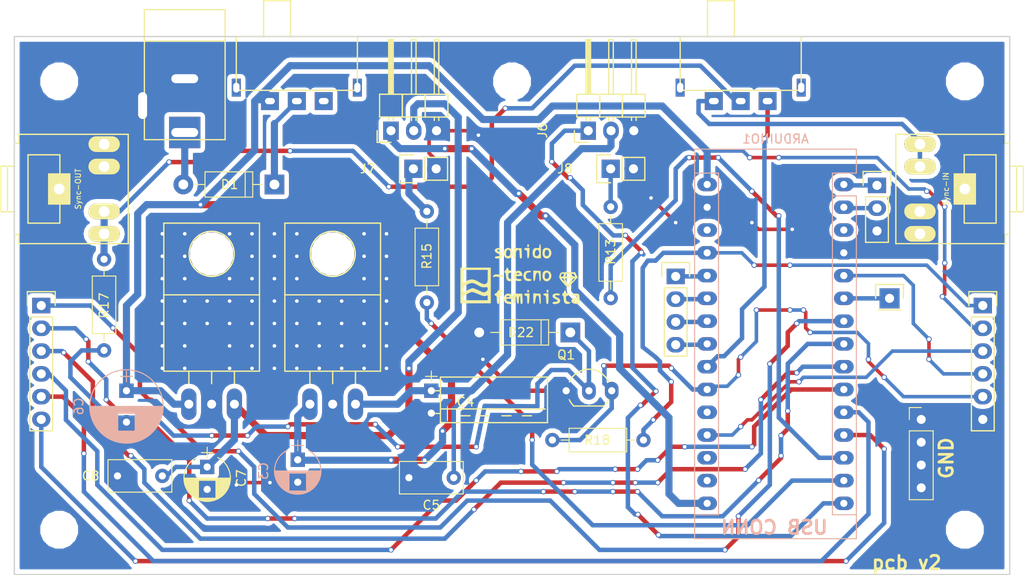
<source format=kicad_pcb>
(kicad_pcb (version 4) (host pcbnew 4.0.7)
  (layers (0 F.Cu signal) (31 B.Cu signal) (34 B.Paste user hide) (35 F.Paste user hide) (36 B.SilkS user) (37 F.SilkS user) (38 B.Mask user) (39 F.Mask user) (44 Edge.Cuts user))
  (net 0 "")
  (net 1 "Net-(ARDUINO1-Pad1)")
  (net 2 "Net-(ARDUINO1-Pad17)")
  (net 3 "Net-(ARDUINO1-Pad2)")
  (net 4 "Net-(ARDUINO1-Pad18)")
  (net 5 "Net-(ARDUINO1-Pad3)")
  (net 6 "Net-(ARDUINO1-Pad19)")
  (net 7 GND)
  (net 8 "Net-(ARDUINO1-Pad20)")
  (net 9 "Net-(ARDUINO1-Pad5)")
  (net 10 "Net-(ARDUINO1-Pad21)")
  (net 11 "Net-(ARDUINO1-Pad6)")
  (net 12 "Net-(ARDUINO1-Pad22)")
  (net 13 "Net-(ARDUINO1-Pad7)")
  (net 14 "Net-(ARDUINO1-Pad23)")
  (net 15 "Net-(ARDUINO1-Pad8)")
  (net 16 "Net-(ARDUINO1-Pad24)")
  (net 17 "Net-(ARDUINO1-Pad9)")
  (net 18 "Net-(ARDUINO1-Pad25)")
  (net 19 "Net-(ARDUINO1-Pad10)")
  (net 20 "Net-(ARDUINO1-Pad26)")
  (net 21 "Net-(ARDUINO1-Pad11)")
  (net 22 +5V)
  (net 23 "Net-(ARDUINO1-Pad12)")
  (net 24 "Net-(ARDUINO1-Pad28)")
  (net 25 "Net-(ARDUINO1-Pad13)")
  (net 26 "Net-(ARDUINO1-Pad14)")
  (net 27 +12V)
  (net 28 "Net-(ARDUINO1-Pad15)")
  (net 29 "Net-(ARDUINO1-Pad16)")
  (net 30 +5VP)
  (net 31 "Net-(D1-Pad1)")
  (net 32 "Net-(D1-Pad2)")
  (net 33 "Net-(D22-Pad1)")
  (net 34 "Net-(J9-Pad3)")
  (net 35 "Net-(J10-Pad3)")
  (net 36 "Net-(SW4-Pad3)")
  (net 37 "Net-(J7-Pad1)")
  (net 38 "Net-(J8-Pad1)")
  (net 39 +5VL)
  (module TO_SOT_Packages_THT:TO-92_Inline_Wide (layer F.Cu) (at 92.137 74.103)
    (fp_text reference Q1 (at 0 -4 180) (layer F.SilkS))
    (fp_text value PN2222A)
    (pad 2 thru_hole oval (at 2.54 0 90) (size 2 1.524) (drill 0.8) (layers *.Cu *.Mask) (net 33 "Net-(D22-Pad1)"))
    (pad 3 thru_hole oval (at 5.08 0 90) (size 2 1.524) (drill 0.8) (layers *.Cu *.Mask) (net 10 "Net-(ARDUINO1-Pad21)"))
    (pad 1 thru_hole oval (at 0 0 90) (size 2 1.524) (drill 0.8) (layers *.Cu *.Mask) (net 7 GND))
  )
  (module Capacitors_THT:CP_Radial_D8.0mm_P3.50mm (layer B.Cu) (at 43.1 74.1 270)
    (fp_text reference C6 (at 1.75 5.31 270) (layer B.SilkS) (effects (justify mirror)))
    (fp_text value 100u)
    (pad 1 thru_hole rect (at 0 0 270) (size 1.6 1.6) (drill 0.8) (layers *.Cu *.Mask) (net 27 +12V))
    (pad 2 thru_hole circle (at 3.5 0 270) (size 1.6 1.6) (drill 0.8) (layers *.Cu *.Mask) (net 7 GND))
  )
  (module Capacitors_THT:CP_Radial_D5.0mm_P2.50mm (layer F.Cu) (at 77.1 74.1 270)
    (fp_text reference C4 (at 1.25 -3.81 360) (layer F.SilkS))
    (fp_text value 10u)
    (pad 1 thru_hole rect (at 0 0 270) (size 1.6 1.6) (drill 0.8) (layers *.Cu *.Mask) (net 39 +5VL))
    (pad 2 thru_hole circle (at 2.5 0 270) (size 1.6 1.6) (drill 0.8) (layers *.Cu *.Mask) (net 7 GND))
  )
  (module Mounting_Holes:MountingHole_3.2mm_M3 (layer F.Cu) (at 35.6 89.6)
    (fp_text reference REF** hide)
    (fp_text value MountingHole_3.2mm_M3 hide)
    (pad 1 np_thru_hole circle (at 0 0) (size 3.2 3.2) (drill 3.2) (layers *.Cu *.Mask))
  )
  (module Mounting_Holes:MountingHole_3.2mm_M3 (layer F.Cu) (at 86.1 89.6)
    (fp_text reference REF** hide)
    (fp_text value MountingHole_3.2mm_M3 hide)
    (pad 1 np_thru_hole circle (at 0 0) (size 3.2 3.2) (drill 3.2) (layers *.Cu *.Mask))
  )
  (module Mounting_Holes:MountingHole_3.2mm_M3 (layer F.Cu) (at 136.6 89.6)
    (fp_text reference REF** hide)
    (fp_text value MountingHole_3.2mm_M3 hide)
    (pad 1 np_thru_hole circle (at 0 0) (size 3.2 3.2) (drill 3.2) (layers *.Cu *.Mask))
  )
  (module Mounting_Holes:MountingHole_3.2mm_M3 (layer F.Cu) (at 136.6 39.6)
    (fp_text reference REF** hide)
    (fp_text value MountingHole_3.2mm_M3 hide)
    (pad 1 np_thru_hole circle (at 0 0) (size 3.2 3.2) (drill 3.2) (layers *.Cu *.Mask))
  )
  (module Mounting_Holes:MountingHole_3.2mm_M3 (layer F.Cu) (at 86.1 39.6)
    (fp_text reference REF** hide)
    (fp_text value MountingHole_3.2mm_M3 hide)
    (pad 1 np_thru_hole circle (at 0 0) (size 3.2 3.2) (drill 3.2) (layers *.Cu *.Mask))
  )
  (module SWITCHES:SW_SPDT_Lateral (layer F.Cu) (at 111.6 37.6)
    (fp_text reference SW11 hide)
    (fp_text value SYNCSEL)
    (pad 0 thru_hole rect (at 6.75 2.7) (size 1 2) (drill oval 0.7 1.1) (layers *.Cu *.Mask))
    (pad 0 thru_hole rect (at -6.75 2.7) (size 1 2) (drill oval 0.7 1.1) (layers *.Cu *.Mask))
    (pad 1 thru_hole rect (at -3 4.2) (size 2 2) (drill oval 1.1 0.7) (layers *.Cu *.Mask) (net 34 "Net-(J9-Pad3)"))
    (pad 2 thru_hole rect (at 0 4.2) (size 2 2) (drill oval 1.1 0.7) (layers *.Cu *.Mask) (net 35 "Net-(J10-Pad3)"))
    (pad 3 thru_hole rect (at 3 4.2) (size 2 2) (drill oval 1.1 0.7) (layers *.Cu *.Mask) (net 12 "Net-(ARDUINO1-Pad22)"))
  )
  (module SWITCHES:SW_SPDT_Lateral (layer F.Cu) (at 62.1 37.6)
    (fp_text reference SW4 hide)
    (fp_text value ON/OFF)
    (pad 0 thru_hole rect (at 6.75 2.7) (size 1 2) (drill oval 0.7 1.1) (layers *.Cu *.Mask))
    (pad 0 thru_hole rect (at -6.75 2.7) (size 1 2) (drill oval 0.7 1.1) (layers *.Cu *.Mask))
    (pad 1 thru_hole rect (at -3 4.2) (size 2 2) (drill oval 1.1 0.7) (layers *.Cu *.Mask) (net 27 +12V))
    (pad 2 thru_hole rect (at 0 4.2) (size 2 2) (drill oval 1.1 0.7) (layers *.Cu *.Mask) (net 31 "Net-(D1-Pad1)"))
    (pad 3 thru_hole rect (at 3 4.2) (size 2 2) (drill oval 1.1 0.7) (layers *.Cu *.Mask) (net 36 "Net-(SW4-Pad3)"))
  )
  (module Modules:Arduino_Nano (layer B.Cu) (at 123.1 51.1 180)
    (fp_text reference ARDUINO1 (at 7.62 5.08 180) (layer B.SilkS) (effects (justify mirror)))
    (fp_text value ARDUINO_NANO)
    (pad 1 thru_hole oval (at 0 0 180) (size 2.2 1.5) (drill 0.8) (layers *.Cu *.Mask) (net 1 "Net-(ARDUINO1-Pad1)"))
    (pad 17 thru_hole oval (at 15.24 -33.02 180) (size 2.2 1.5) (drill 0.8) (layers *.Cu *.Mask) (net 2 "Net-(ARDUINO1-Pad17)"))
    (pad 2 thru_hole oval (at 0 -2.54 180) (size 2.2 1.5) (drill 0.8) (layers *.Cu *.Mask) (net 3 "Net-(ARDUINO1-Pad2)"))
    (pad 18 thru_hole oval (at 15.24 -30.48 180) (size 2.2 1.5) (drill 0.8) (layers *.Cu *.Mask) (net 4 "Net-(ARDUINO1-Pad18)"))
    (pad 3 thru_hole oval (at 0 -5.08 180) (size 2.2 1.5) (drill 0.8) (layers *.Cu *.Mask) (net 5 "Net-(ARDUINO1-Pad3)"))
    (pad 19 thru_hole oval (at 15.24 -27.94 180) (size 2.2 1.5) (drill 0.8) (layers *.Cu *.Mask) (net 6 "Net-(ARDUINO1-Pad19)"))
    (pad 4 thru_hole oval (at 0 -7.62 180) (size 2.2 1.5) (drill 0.8) (layers *.Cu *.Mask) (net 7 GND))
    (pad 20 thru_hole oval (at 15.24 -25.4 180) (size 2.2 1.5) (drill 0.8) (layers *.Cu *.Mask) (net 8 "Net-(ARDUINO1-Pad20)"))
    (pad 5 thru_hole oval (at 0 -10.16 180) (size 2.2 1.5) (drill 0.8) (layers *.Cu *.Mask) (net 9 "Net-(ARDUINO1-Pad5)"))
    (pad 21 thru_hole oval (at 15.24 -22.86 180) (size 2.2 1.5) (drill 0.8) (layers *.Cu *.Mask) (net 10 "Net-(ARDUINO1-Pad21)"))
    (pad 6 thru_hole oval (at 0 -12.7 180) (size 2.2 1.5) (drill 0.8) (layers *.Cu *.Mask) (net 11 "Net-(ARDUINO1-Pad6)"))
    (pad 22 thru_hole oval (at 15.24 -20.32 180) (size 2.2 1.5) (drill 0.8) (layers *.Cu *.Mask) (net 12 "Net-(ARDUINO1-Pad22)"))
    (pad 7 thru_hole oval (at 0 -15.24 180) (size 2.2 1.5) (drill 0.8) (layers *.Cu *.Mask) (net 13 "Net-(ARDUINO1-Pad7)"))
    (pad 23 thru_hole oval (at 15.24 -17.78 180) (size 2.2 1.5) (drill 0.8) (layers *.Cu *.Mask) (net 14 "Net-(ARDUINO1-Pad23)"))
    (pad 8 thru_hole oval (at 0 -17.78 180) (size 2.2 1.5) (drill 0.8) (layers *.Cu *.Mask) (net 15 "Net-(ARDUINO1-Pad8)"))
    (pad 24 thru_hole oval (at 15.24 -15.24 180) (size 2.2 1.5) (drill 0.8) (layers *.Cu *.Mask) (net 16 "Net-(ARDUINO1-Pad24)"))
    (pad 9 thru_hole oval (at 0 -20.32 180) (size 2.2 1.5) (drill 0.8) (layers *.Cu *.Mask) (net 17 "Net-(ARDUINO1-Pad9)"))
    (pad 25 thru_hole oval (at 15.24 -12.7 180) (size 2.2 1.5) (drill 0.8) (layers *.Cu *.Mask) (net 18 "Net-(ARDUINO1-Pad25)"))
    (pad 10 thru_hole oval (at 0 -22.86 180) (size 2.2 1.5) (drill 0.8) (layers *.Cu *.Mask) (net 19 "Net-(ARDUINO1-Pad10)"))
    (pad 26 thru_hole oval (at 15.24 -10.16 180) (size 2.2 1.5) (drill 0.8) (layers *.Cu *.Mask) (net 20 "Net-(ARDUINO1-Pad26)"))
    (pad 11 thru_hole oval (at 0 -25.4 180) (size 2.2 1.5) (drill 0.8) (layers *.Cu *.Mask) (net 21 "Net-(ARDUINO1-Pad11)"))
    (pad 27 thru_hole oval (at 15.24 -7.62 180) (size 2.2 1.5) (drill 0.8) (layers *.Cu *.Mask) (net 22 +5V))
    (pad 12 thru_hole oval (at 0 -27.94 180) (size 2.2 1.5) (drill 0.8) (layers *.Cu *.Mask) (net 23 "Net-(ARDUINO1-Pad12)"))
    (pad 28 thru_hole oval (at 15.24 -5.08 180) (size 2.2 1.5) (drill 0.8) (layers *.Cu *.Mask) (net 24 "Net-(ARDUINO1-Pad28)"))
    (pad 13 thru_hole oval (at 0 -30.48 180) (size 2.2 1.5) (drill 0.8) (layers *.Cu *.Mask) (net 25 "Net-(ARDUINO1-Pad13)"))
    (pad 29 thru_hole oval (at 15.24 -2.54 180) (size 2.2 1.5) (drill 0.8) (layers *.Cu *.Mask) (net 7 GND))
    (pad 14 thru_hole oval (at 0 -33.02 180) (size 2.2 1.5) (drill 0.8) (layers *.Cu *.Mask) (net 26 "Net-(ARDUINO1-Pad14)"))
    (pad 30 thru_hole oval (at 15.24 0 180) (size 2.2 1.5) (drill 0.8) (layers *.Cu *.Mask) (net 27 +12V))
    (pad 15 thru_hole oval (at 0 -35.56 180) (size 2.2 1.5) (drill 0.8) (layers *.Cu *.Mask) (net 28 "Net-(ARDUINO1-Pad15)"))
    (pad 16 thru_hole oval (at 15.24 -35.56 180) (size 2.2 1.5) (drill 0.8) (layers *.Cu *.Mask) (net 29 "Net-(ARDUINO1-Pad16)"))
  )
  (module Diodes_THT:D_DO-41_SOD81_P10.16mm_Horizontal (layer F.Cu) (at 59.6 51.1 180)
    (fp_text reference D1 (at 5 0 180) (layer F.SilkS))
    (fp_text value 1N4007)
    (pad 1 thru_hole rect (at 0 0 180) (size 2.2 2.2) (drill 1.1) (layers *.Cu *.Mask) (net 31 "Net-(D1-Pad1)"))
    (pad 2 thru_hole oval (at 10.16 0 180) (size 2.2 2.2) (drill 1.1) (layers *.Cu *.Mask) (net 32 "Net-(D1-Pad2)"))
  )
  (module Diodes_THT:D_DO-41_SOD81_P10.16mm_Horizontal (layer F.Cu) (at 92.6 67.6 180)
    (fp_text reference D22 (at 5.5 0 180) (layer F.SilkS))
    (fp_text value 1N4007)
    (pad 1 thru_hole rect (at 0 0 180) (size 2.2 2.2) (drill 1.1) (layers *.Cu *.Mask) (net 33 "Net-(D22-Pad1)"))
    (pad 2 thru_hole oval (at 10.16 0 180) (size 2.2 2.2) (drill 1.1) (layers *.Cu *.Mask) (net 7 GND))
  )
  (module Connect:BARREL_JACK (layer F.Cu) (at 49.6 39.1 270)
    (fp_text reference J1 hide)
    (fp_text value DC_IN)
    (pad 1 thru_hole rect (at 6.20014 0 270) (size 3.50012 3.50012) (drill oval 1.00076 2.99974) (layers *.Cu *.Mask) (net 32 "Net-(D1-Pad2)"))
    (pad 2 thru_hole rect (at 0.20066 0 270) (size 3.50012 3.50012) (drill oval 1.00076 2.99974) (layers *.Cu *.Mask) (net 7 GND))
    (pad 3 thru_hole rect (at 3.2004 4.699 270) (size 3.50012 3.50012) (drill oval 2.99974 1.00076) (layers *.Cu *.Mask) (net 7 GND))
  )
  (module Pin_Headers:Pin_Header_Straight_1x01 (layer F.Cu) (at 128.2 63.8)
    (fp_text reference J2 hide)
    (fp_text value D3)
    (pad 1 thru_hole rect (at 0 0) (size 2.2352 2.2352) (drill 1.016) (layers *.Cu *.Mask) (net 11 "Net-(ARDUINO1-Pad6)"))
  )
  (module Pin_Headers:Pin_Header_Straight_1x03 (layer F.Cu) (at 126.8 51.2)
    (fp_text reference J3 hide)
    (fp_text value TXRX)
    (pad 1 thru_hole rect (at 0 0) (size 2.032 1.7272) (drill 1.016) (layers *.Cu *.Mask) (net 1 "Net-(ARDUINO1-Pad1)"))
    (pad 2 thru_hole oval (at 0 2.54) (size 2.032 1.7272) (drill 1.016) (layers *.Cu *.Mask) (net 3 "Net-(ARDUINO1-Pad2)"))
    (pad 3 thru_hole oval (at 0 5.08) (size 2.032 1.7272) (drill 1.016) (layers *.Cu *.Mask) (net 7 GND))
  )
  (module Pin_Headers:Pin_Header_Straight_1x04 (layer F.Cu) (at 104.35 61.35)
    (fp_text reference J4 hide)
    (fp_text value ANALOGS)
    (pad 1 thru_hole rect (at 0 0) (size 2.032 1.7272) (drill 1.016) (layers *.Cu *.Mask) (net 20 "Net-(ARDUINO1-Pad26)"))
    (pad 2 thru_hole oval (at 0 2.54) (size 2.032 1.7272) (drill 1.016) (layers *.Cu *.Mask) (net 18 "Net-(ARDUINO1-Pad25)"))
    (pad 3 thru_hole oval (at 0 5.08) (size 2.032 1.7272) (drill 1.016) (layers *.Cu *.Mask) (net 16 "Net-(ARDUINO1-Pad24)"))
    (pad 4 thru_hole oval (at 0 7.62) (size 2.032 1.7272) (drill 1.016) (layers *.Cu *.Mask) (net 14 "Net-(ARDUINO1-Pad23)"))
  )
  (module Pin_Headers:Pin_Header_Angled_1x03 (layer F.Cu) (at 72.6 45.1 90)
    (fp_text reference J5 hide)
    (fp_text value SERVO1)
    (pad 1 thru_hole rect (at 0 0 90) (size 2.032 1.7272) (drill 1.016) (layers *.Cu *.Mask) (net 29 "Net-(ARDUINO1-Pad16)"))
    (pad 2 thru_hole oval (at 0 2.54 90) (size 2.032 1.7272) (drill 1.016) (layers *.Cu *.Mask) (net 30 +5VP))
    (pad 3 thru_hole oval (at 0 5.08 90) (size 2.032 1.7272) (drill 1.016) (layers *.Cu *.Mask) (net 7 GND))
  )
  (module Pin_Headers:Pin_Header_Angled_1x03 (layer F.Cu) (at 94.6 45.1 90)
    (fp_text reference J6 (at 0 -5.1 90) (layer F.SilkS))
    (fp_text value SERVO2)
    (pad 1 thru_hole rect (at 0 0 90) (size 2.032 1.7272) (drill 1.016) (layers *.Cu *.Mask) (net 28 "Net-(ARDUINO1-Pad15)"))
    (pad 2 thru_hole oval (at 0 2.54 90) (size 2.032 1.7272) (drill 1.016) (layers *.Cu *.Mask) (net 39 +5VL))
    (pad 3 thru_hole oval (at 0 5.08 90) (size 2.032 1.7272) (drill 1.016) (layers *.Cu *.Mask) (net 7 GND))
  )
  (module Connectors:Tayda_3.5mm_stereo_TRS_jack_A-853 (layer F.Cu) (at 135 51.6 270)
    (fp_text reference J9 hide)
    (fp_text value Sync-IN (at 0 0.508 270) (layer F.SilkS) (effects (font (size 0.6 0.6) (thickness 0.1))))
    (pad 1 thru_hole rect (at 0 -1.596 270) (size 3.5 2.5) (drill 1.2) (layers *.Cu *.Mask F.SilkS) (net 7 GND))
    (pad 2 thru_hole oval (at 5 3.41 270) (size 1.75 3.5) (drill 1.2) (layers *.Cu *.Mask F.SilkS) (net 7 GND))
    (pad 3 thru_hole oval (at -5 3.41 270) (size 1.75 3.5) (drill 1.2) (layers *.Cu *.Mask F.SilkS) (net 34 "Net-(J9-Pad3)"))
    (pad 4 thru_hole oval (at 2.5 3.41 270) (size 1.75 3.5) (drill 1.2) (layers *.Cu *.Mask F.SilkS) (net 7 GND))
    (pad 5 thru_hole oval (at -2.5 3.41 270) (size 1.75 3.5) (drill 1.2) (layers *.Cu *.Mask F.SilkS) (net 34 "Net-(J9-Pad3)"))
  )
  (module Connectors:Tayda_3.5mm_stereo_TRS_jack_A-853 (layer F.Cu) (at 37.2 51.6 90)
    (fp_text reference J10 hide)
    (fp_text value Sync-OUT (at 0 0.508 90) (layer F.SilkS) (effects (font (size 0.6 0.6) (thickness 0.1))))
    (pad 1 thru_hole rect (at 0 -1.596 90) (size 3.5 2.5) (drill 1.2) (layers *.Cu *.Mask F.SilkS) (net 7 GND))
    (pad 2 thru_hole oval (at 5 3.41 90) (size 1.75 3.5) (drill 1.2) (layers *.Cu *.Mask F.SilkS) (net 7 GND))
    (pad 3 thru_hole oval (at -5 3.41 90) (size 1.75 3.5) (drill 1.2) (layers *.Cu *.Mask F.SilkS) (net 35 "Net-(J10-Pad3)"))
    (pad 4 thru_hole oval (at 2.5 3.41 90) (size 1.75 3.5) (drill 1.2) (layers *.Cu *.Mask F.SilkS) (net 7 GND))
    (pad 5 thru_hole oval (at -2.5 3.41 90) (size 1.75 3.5) (drill 1.2) (layers *.Cu *.Mask F.SilkS) (net 35 "Net-(J10-Pad3)"))
  )
  (module Resistors_THT:R_Axial_DIN0207_L6.3mm_D2.5mm_P10.16mm_Horizontal (layer F.Cu) (at 97.1 53.6 270)
    (fp_text reference R13 (at 5 0 270) (layer F.SilkS))
    (fp_text value 100R)
    (pad 1 thru_hole circle (at 0 0 270) (size 1.6 1.6) (drill 0.8) (layers *.Cu *.Mask) (net 38 "Net-(J8-Pad1)"))
    (pad 2 thru_hole oval (at 10.16 0 270) (size 1.6 1.6) (drill 0.8) (layers *.Cu *.Mask) (net 25 "Net-(ARDUINO1-Pad13)"))
  )
  (module Resistors_THT:R_Axial_DIN0207_L6.3mm_D2.5mm_P10.16mm_Horizontal (layer F.Cu) (at 76.6 54.1 270)
    (fp_text reference R15 (at 5 0 270) (layer F.SilkS))
    (fp_text value 100R)
    (pad 1 thru_hole circle (at 0 0 270) (size 1.6 1.6) (drill 0.8) (layers *.Cu *.Mask) (net 37 "Net-(J7-Pad1)"))
    (pad 2 thru_hole oval (at 10.16 0 270) (size 1.6 1.6) (drill 0.8) (layers *.Cu *.Mask) (net 26 "Net-(ARDUINO1-Pad14)"))
  )
  (module Resistors_THT:R_Axial_DIN0207_L6.3mm_D2.5mm_P10.16mm_Horizontal (layer F.Cu) (at 40.6 69.6 90)
    (fp_text reference R17 (at 5 0 90) (layer F.SilkS))
    (fp_text value 1K)
    (pad 1 thru_hole circle (at 0 0 90) (size 1.6 1.6) (drill 0.8) (layers *.Cu *.Mask) (net 33 "Net-(D22-Pad1)"))
    (pad 2 thru_hole oval (at 10.16 0 90) (size 1.6 1.6) (drill 0.8) (layers *.Cu *.Mask) (net 35 "Net-(J10-Pad3)"))
  )
  (module Resistors_THT:R_Axial_DIN0207_L6.3mm_D2.5mm_P10.16mm_Horizontal (layer F.Cu) (at 90.6 79.6)
    (fp_text reference R18 (at 5 0) (layer F.SilkS))
    (fp_text value 10k)
    (pad 1 thru_hole circle (at 0 0) (size 1.6 1.6) (drill 0.8) (layers *.Cu *.Mask) (net 10 "Net-(ARDUINO1-Pad21)"))
    (pad 2 thru_hole oval (at 10.16 0) (size 1.6 1.6) (drill 0.8) (layers *.Cu *.Mask) (net 22 +5V))
  )
  (module Pin_Headers:Pin_Header_Straight_1x02 (layer F.Cu) (at 75.1 49.35 90)
    (fp_text reference J7 (at 0 -5.1 180) (layer F.SilkS))
    (fp_text value OUT1)
    (pad 1 thru_hole rect (at 0 0 90) (size 2.032 2.032) (drill 1.016) (layers *.Cu *.Mask) (net 37 "Net-(J7-Pad1)"))
    (pad 2 thru_hole oval (at 0 2.54 90) (size 2.032 2.032) (drill 1.016) (layers *.Cu *.Mask) (net 7 GND))
  )
  (module Pin_Headers:Pin_Header_Straight_1x02 (layer F.Cu) (at 97.1 49.35 90)
    (fp_text reference J8 (at 0 -5.1 180) (layer F.SilkS))
    (fp_text value OUT2)
    (pad 1 thru_hole rect (at 0 0 90) (size 2.032 2.032) (drill 1.016) (layers *.Cu *.Mask) (net 38 "Net-(J8-Pad1)"))
    (pad 2 thru_hole oval (at 0 2.54 90) (size 2.032 2.032) (drill 1.016) (layers *.Cu *.Mask) (net 7 GND))
  )
  (module Capacitors_THT:C_Rect_L7.0mm_W3.5mm_P5.00mm (layer F.Cu) (at 79.6 83.8 180)
    (fp_text reference C5 (at 2.5 -3.06 180) (layer F.SilkS))
    (fp_text value 100n)
    (pad 1 thru_hole circle (at 0 0 180) (size 1.6 1.6) (drill 0.8) (layers *.Cu *.Mask) (net 39 +5VL))
    (pad 2 thru_hole circle (at 5 0 180) (size 1.6 1.6) (drill 0.8) (layers *.Cu *.Mask) (net 7 GND))
  )
  (module Capacitors_THT:CP_Radial_D5.0mm_P2.50mm (layer F.Cu) (at 52.1 82.6 270)
    (fp_text reference C7 (at 1.25 -3.81 270) (layer F.SilkS))
    (fp_text value 10u)
    (pad 1 thru_hole rect (at 0 0 270) (size 1.6 1.6) (drill 0.8) (layers *.Cu *.Mask) (net 30 +5VP))
    (pad 2 thru_hole circle (at 2.5 0 270) (size 1.6 1.6) (drill 0.8) (layers *.Cu *.Mask) (net 7 GND))
  )
  (module Capacitors_THT:C_Rect_L7.0mm_W3.5mm_P5.00mm (layer F.Cu) (at 47.1 83.6 180)
    (fp_text reference C8 (at 8 0 180) (layer F.SilkS))
    (fp_text value 100n)
    (pad 1 thru_hole circle (at 0 0 180) (size 1.6 1.6) (drill 0.8) (layers *.Cu *.Mask) (net 30 +5VP))
    (pad 2 thru_hole circle (at 5 0 180) (size 1.6 1.6) (drill 0.8) (layers *.Cu *.Mask) (net 7 GND))
  )
  (module TO_SOT_Packages_THT:TO-220_Neutral123_Horizontal_LargePads (layer F.Cu) (at 52.6 75.6)
    (fp_text reference U4 hide)
    (fp_text value L7805)
    (pad 2 thru_hole oval (at 0 0 90) (size 3.50012 1.69926) (drill 1.00076) (layers *.Cu *.Mask) (net 7 GND))
    (pad 1 thru_hole oval (at -2.54 0 90) (size 3.50012 1.69926) (drill 1.00076) (layers *.Cu *.Mask) (net 27 +12V))
    (pad 3 thru_hole oval (at 2.54 0 90) (size 3.50012 1.69926) (drill 1.00076) (layers *.Cu *.Mask) (net 30 +5VP))
    (pad "" np_thru_hole circle (at 0 -16.764 90) (size 3.79984 3.79984) (drill 3.79984) (layers *.Cu *.Mask))
  )
  (module TO_SOT_Packages_THT:TO-220_Neutral123_Horizontal_LargePads (layer F.Cu) (at 66.1 75.6)
    (fp_text reference U3 hide)
    (fp_text value L7805)
    (pad 2 thru_hole oval (at 0 0 90) (size 3.50012 1.69926) (drill 1.00076) (layers *.Cu *.Mask) (net 7 GND))
    (pad 1 thru_hole oval (at -2.54 0 90) (size 3.50012 1.69926) (drill 1.00076) (layers *.Cu *.Mask) (net 27 +12V))
    (pad 3 thru_hole oval (at 2.54 0 90) (size 3.50012 1.69926) (drill 1.00076) (layers *.Cu *.Mask) (net 39 +5VL))
    (pad "" np_thru_hole circle (at 0 -16.764 90) (size 3.79984 3.79984) (drill 3.79984) (layers *.Cu *.Mask))
  )
  (module Socket_Strips:Socket_Strip_Straight_1x06 (layer F.Cu) (at 33.6 64.6 270)
    (fp_text reference J11 hide)
    (fp_text value 4021/7219DOWN)
    (pad 1 thru_hole rect (at 0 0 270) (size 1.7272 2.032) (drill 1.016) (layers *.Cu *.Mask) (net 13 "Net-(ARDUINO1-Pad7)"))
    (pad 2 thru_hole oval (at 2.54 0 270) (size 1.7272 2.032) (drill 1.016) (layers *.Cu *.Mask) (net 15 "Net-(ARDUINO1-Pad8)"))
    (pad 3 thru_hole oval (at 5.08 0 270) (size 1.7272 2.032) (drill 1.016) (layers *.Cu *.Mask) (net 17 "Net-(ARDUINO1-Pad9)"))
    (pad 4 thru_hole oval (at 7.62 0 270) (size 1.7272 2.032) (drill 1.016) (layers *.Cu *.Mask) (net 19 "Net-(ARDUINO1-Pad10)"))
    (pad 5 thru_hole oval (at 10.16 0 270) (size 1.7272 2.032) (drill 1.016) (layers *.Cu *.Mask) (net 21 "Net-(ARDUINO1-Pad11)"))
    (pad 6 thru_hole oval (at 12.7 0 270) (size 1.7272 2.032) (drill 1.016) (layers *.Cu *.Mask) (net 23 "Net-(ARDUINO1-Pad12)"))
  )
  (module Socket_Strips:Socket_Strip_Straight_1x06 (layer F.Cu) (at 138.6 64.6 270)
    (fp_text reference J14 hide)
    (fp_text value "AUX BUS DOWN")
    (pad 1 thru_hole rect (at 0 0 270) (size 1.7272 2.032) (drill 1.016) (layers *.Cu *.Mask) (net 22 +5V))
    (pad 2 thru_hole oval (at 2.54 0 270) (size 1.7272 2.032) (drill 1.016) (layers *.Cu *.Mask) (net 27 +12V))
    (pad 3 thru_hole oval (at 5.08 0 270) (size 1.7272 2.032) (drill 1.016) (layers *.Cu *.Mask) (net 6 "Net-(ARDUINO1-Pad19)"))
    (pad 4 thru_hole oval (at 7.62 0 270) (size 1.7272 2.032) (drill 1.016) (layers *.Cu *.Mask) (net 9 "Net-(ARDUINO1-Pad5)"))
    (pad 5 thru_hole oval (at 10.16 0 270) (size 1.7272 2.032) (drill 1.016) (layers *.Cu *.Mask) (net 10 "Net-(ARDUINO1-Pad21)"))
    (pad 6 thru_hole oval (at 12.7 0 270) (size 1.7272 2.032) (drill 1.016) (layers *.Cu *.Mask) (net 7 GND))
  )
  (module Capacitors_THT:CP_Radial_D5.0mm_P2.50mm (layer B.Cu) (at 62.2 81.8 270)
    (fp_text reference C3 (at 1.25 3.81 270) (layer B.SilkS) (effects (justify mirror)))
    (fp_text value 100u)
    (pad 1 thru_hole rect (at 0 0 270) (size 1.6 1.6) (drill 0.8) (layers *.Cu *.Mask) (net 27 +12V))
    (pad 2 thru_hole circle (at 2.5 0 270) (size 1.6 1.6) (drill 0.8) (layers *.Cu *.Mask) (net 7 GND))
  )
  (module Mounting_Holes:MountingHole_3.2mm_M3 (layer F.Cu) (at 35.6 39.6)
    (fp_text reference REF** hide)
    (fp_text value MountingHole_3.2mm_M3 hide)
    (pad 1 np_thru_hole circle (at 0 0) (size 3.2 3.2) (drill 3.2) (layers *.Cu *.Mask))
  )
  (module LOGOS:sonidotecno6 (layer F.Cu) (at 87.0316 61.0474)
    (fp_text reference G*** hide)
    (fp_text value LOGO hide)
  )
  (module Pin_Headers:Pin_Header_Straight_1x04_Pitch2.54mm (layer F.Cu) (at 131.7356 77.3034)
    (fp_text reference REF** hide)
    (fp_text value Pin_Header_Straight_1x04_Pitch2.54mm hide)
    (pad 1 thru_hole rect (at 0 0) (size 1.7 1.7) (drill 1) (layers *.Cu *.Mask) (net 7 GND))
    (pad 2 thru_hole oval (at 0 2.54) (size 1.7 1.7) (drill 1) (layers *.Cu *.Mask) (net 7 GND))
    (pad 3 thru_hole oval (at 0 5.08) (size 1.7 1.7) (drill 1) (layers *.Cu *.Mask) (net 7 GND))
    (pad 4 thru_hole oval (at 0 7.62) (size 1.7 1.7) (drill 1) (layers *.Cu *.Mask) (net 7 GND))
  )
  (gr_text GND (at 134.5296 81.6214 90) (layer F.SilkS) (effects (font (size 1.5 1.5) (thickness 0.3))))
  (gr_text "pcb v2\n" (at 130.11 93.28) (layer F.SilkS) (effects (font (size 1.5 1.5) (thickness 0.3))))
  (gr_text "USB CONN\n" (at 115.35 89.35) (layer B.SilkS) (effects (font (size 1.5 1.5) (thickness 0.3)) (justify mirror)))
  (gr_line (start 30.6 34.6) (end 141.6 34.6) (angle 90) (layer Edge.Cuts) (width 0.15))
  (gr_line (start 141.6 34.6) (end 141.6 94.6) (angle 90) (layer Edge.Cuts) (width 0.15))
  (gr_line (start 141.6 94.6) (end 30.6 94.6) (angle 90) (layer Edge.Cuts) (width 0.15))
  (gr_line (start 30.6 94.6) (end 30.6 34.6) (angle 90) (layer Edge.Cuts) (width 0.15))
  (segment (start 126.8 51.2) (end 123.2 51.2) (width 0.5) (layer B.Cu) (net 1))
  (segment (start 123.2 51.2) (end 123.1 51.1) (width 0.5) (layer B.Cu) (net 1))
  (segment (start 126.8 53.74) (end 123.2 53.74) (width 0.5) (layer B.Cu) (net 3))
  (segment (start 123.2 53.74) (end 123.1 53.64) (width 0.5) (layer B.Cu) (net 3))
  (segment (start 138.6 69.68) (end 128.52 69.68) (width 0.4) (layer B.Cu) (net 6))
  (segment (start 110.66 79.04) (end 107.86 79.04) (width 0.4) (layer B.Cu) (net 6))
  (segment (start 111.6 78.1) (end 110.66 79.04) (width 0.4) (layer B.Cu) (net 6))
  (via (at 111.6 78.1) (size 0.6) (drill 0.4) (layers F.Cu B.Cu) (net 6))
  (segment (start 112.35 77.35) (end 111.6 78.1) (width 0.4) (layer F.Cu) (net 6))
  (segment (start 112.85 77.35) (end 112.35 77.35) (width 0.4) (layer F.Cu) (net 6))
  (segment (start 117.1 73.1) (end 112.85 77.35) (width 0.4) (layer F.Cu) (net 6))
  (segment (start 118.1 73.1) (end 117.1 73.1) (width 0.4) (layer F.Cu) (net 6))
  (via (at 118.1 73.1) (size 0.6) (drill 0.4) (layers F.Cu B.Cu) (net 6))
  (segment (start 118.6 72.6) (end 118.1 73.1) (width 0.4) (layer B.Cu) (net 6))
  (segment (start 125.6 72.6) (end 118.6 72.6) (width 0.4) (layer B.Cu) (net 6))
  (segment (start 128.52 69.68) (end 125.6 72.6) (width 0.4) (layer B.Cu) (net 6))
  (segment (start 52.1 85.1) (end 54.85 85.1) (width 0.4) (layer B.Cu) (net 7))
  (segment (start 60.35 85.6) (end 62.2 85.6) (width 0.4) (layer B.Cu) (net 7))
  (segment (start 59.1 84.35) (end 60.35 85.6) (width 0.4) (layer B.Cu) (net 7))
  (via (at 59.1 84.35) (size 0.6) (drill 0.4) (layers F.Cu B.Cu) (net 7))
  (segment (start 55.6 84.35) (end 59.1 84.35) (width 0.4) (layer F.Cu) (net 7))
  (segment (start 55.35 84.6) (end 55.6 84.35) (width 0.4) (layer F.Cu) (net 7))
  (via (at 55.35 84.6) (size 0.6) (drill 0.4) (layers F.Cu B.Cu) (net 7))
  (segment (start 54.85 85.1) (end 55.35 84.6) (width 0.4) (layer B.Cu) (net 7))
  (segment (start 77.64 49.35) (end 77.64 48.39) (width 0.4) (layer F.Cu) (net 7))
  (segment (start 77.64 48.39) (end 76.85 47.6) (width 0.4) (layer F.Cu) (net 7))
  (segment (start 76.85 47.6) (end 76.85 45.93) (width 0.4) (layer F.Cu) (net 7))
  (segment (start 76.85 45.93) (end 77.68 45.1) (width 0.4) (layer F.Cu) (net 7))
  (segment (start 77.68 45.1) (end 81.85 45.1) (width 0.4) (layer F.Cu) (net 7))
  (via (at 82.35 45.6) (size 0.6) (drill 0.4) (layers F.Cu B.Cu) (net 7))
  (segment (start 81.85 45.1) (end 82.35 45.6) (width 0.4) (layer F.Cu) (net 7))
  (segment (start 107.86 53.64) (end 111.14 53.64) (width 0.4) (layer B.Cu) (net 7))
  (segment (start 119.97 58.72) (end 123.1 58.72) (width 0.4) (layer B.Cu) (net 7))
  (segment (start 117.35 56.1) (end 119.97 58.72) (width 0.4) (layer B.Cu) (net 7))
  (via (at 117.35 56.1) (size 0.6) (drill 0.4) (layers F.Cu B.Cu) (net 7))
  (segment (start 113.6 56.1) (end 117.35 56.1) (width 0.4) (layer F.Cu) (net 7))
  (segment (start 112.85 55.35) (end 113.6 56.1) (width 0.4) (layer F.Cu) (net 7))
  (via (at 112.85 55.35) (size 0.6) (drill 0.4) (layers F.Cu B.Cu) (net 7))
  (segment (start 111.14 53.64) (end 112.85 55.35) (width 0.4) (layer B.Cu) (net 7))
  (segment (start 99.64 49.35) (end 99.64 50.64) (width 0.4) (layer B.Cu) (net 7))
  (segment (start 106.06 53.64) (end 107.86 53.64) (width 0.4) (layer B.Cu) (net 7))
  (segment (start 104.35 55.35) (end 106.06 53.64) (width 0.4) (layer B.Cu) (net 7))
  (via (at 104.35 55.35) (size 0.6) (drill 0.4) (layers F.Cu B.Cu) (net 7))
  (segment (start 101.6 52.6) (end 104.35 55.35) (width 0.4) (layer F.Cu) (net 7))
  (via (at 101.6 52.6) (size 0.6) (drill 0.4) (layers F.Cu B.Cu) (net 7))
  (segment (start 99.64 50.64) (end 101.6 52.6) (width 0.4) (layer B.Cu) (net 7))
  (segment (start 126.8 56.28) (end 131.27 56.28) (width 0.5) (layer B.Cu) (net 7))
  (segment (start 131.27 56.28) (end 131.59 56.6) (width 0.5) (layer B.Cu) (net 7))
  (segment (start 131.59 56.6) (end 131.59 54.1) (width 0.5) (layer B.Cu) (net 7))
  (segment (start 131.59 54.1) (end 134.09 51.6) (width 0.5) (layer B.Cu) (net 7))
  (segment (start 134.09 51.6) (end 136.596 51.6) (width 0.5) (layer B.Cu) (net 7))
  (segment (start 35.604 51.6) (end 38.11 51.6) (width 0.5) (layer B.Cu) (net 7))
  (segment (start 38.11 51.6) (end 40.61 49.1) (width 0.5) (layer B.Cu) (net 7))
  (segment (start 40.61 49.1) (end 40.61 46.6) (width 0.5) (layer B.Cu) (net 7))
  (segment (start 74.6 83.8) (end 74.6 79.1) (width 0.8) (layer B.Cu) (net 7))
  (segment (start 74.6 79.1) (end 77.1 76.6) (width 0.8) (layer B.Cu) (net 7))
  (segment (start 42.1 83.6) (end 42.1 78.9) (width 0.8) (layer B.Cu) (net 7))
  (segment (start 42.1 78.9) (end 43.1 77.9) (width 0.8) (layer B.Cu) (net 7))
  (segment (start 66.1 75.6) (end 66.1 72.6) (width 0.8) (layer B.Cu) (net 7))
  (via (at 57.1 59.1) (size 0.6) (drill 0.4) (layers F.Cu B.Cu) (net 7))
  (segment (start 54.6 61.6) (end 57.1 59.1) (width 0.8) (layer B.Cu) (net 7))
  (via (at 54.6 61.6) (size 0.6) (drill 0.4) (layers F.Cu B.Cu) (net 7))
  (segment (start 57.1 61.6) (end 54.6 61.6) (width 0.8) (layer F.Cu) (net 7))
  (via (at 57.1 61.6) (size 0.6) (drill 0.4) (layers F.Cu B.Cu) (net 7))
  (segment (start 57.1 64.1) (end 57.1 61.6) (width 0.8) (layer B.Cu) (net 7))
  (via (at 57.1 64.1) (size 0.6) (drill 0.4) (layers F.Cu B.Cu) (net 7))
  (segment (start 54.6 64.1) (end 57.1 64.1) (width 0.8) (layer F.Cu) (net 7))
  (via (at 54.6 64.1) (size 0.6) (drill 0.4) (layers F.Cu B.Cu) (net 7))
  (segment (start 54.6 66.6) (end 54.6 64.1) (width 0.8) (layer B.Cu) (net 7))
  (via (at 54.6 66.6) (size 0.6) (drill 0.4) (layers F.Cu B.Cu) (net 7))
  (segment (start 54.6 69.1) (end 54.6 66.6) (width 0.8) (layer F.Cu) (net 7))
  (via (at 54.6 69.1) (size 0.6) (drill 0.4) (layers F.Cu B.Cu) (net 7))
  (segment (start 54.6 71.6) (end 54.6 69.1) (width 0.8) (layer B.Cu) (net 7))
  (via (at 54.6 71.6) (size 0.6) (drill 0.4) (layers F.Cu B.Cu) (net 7))
  (segment (start 57.1 71.6) (end 54.6 71.6) (width 0.8) (layer F.Cu) (net 7))
  (via (at 57.1 71.6) (size 0.6) (drill 0.4) (layers F.Cu B.Cu) (net 7))
  (segment (start 57.1 69.1) (end 57.1 71.6) (width 0.8) (layer B.Cu) (net 7))
  (via (at 57.1 69.1) (size 0.6) (drill 0.4) (layers F.Cu B.Cu) (net 7))
  (segment (start 57.1 66.6) (end 57.1 69.1) (width 0.8) (layer F.Cu) (net 7))
  (via (at 57.1 66.6) (size 0.6) (drill 0.4) (layers F.Cu B.Cu) (net 7))
  (segment (start 59.6 66.6) (end 57.1 66.6) (width 0.8) (layer B.Cu) (net 7))
  (via (at 59.6 66.6) (size 0.6) (drill 0.4) (layers F.Cu B.Cu) (net 7))
  (segment (start 59.6 69.1) (end 59.6 66.6) (width 0.8) (layer F.Cu) (net 7))
  (via (at 59.6 69.1) (size 0.6) (drill 0.4) (layers F.Cu B.Cu) (net 7))
  (segment (start 59.6 71.6) (end 59.6 69.1) (width 0.8) (layer B.Cu) (net 7))
  (via (at 59.6 71.6) (size 0.6) (drill 0.4) (layers F.Cu B.Cu) (net 7))
  (segment (start 62.1 71.6) (end 59.6 71.6) (width 0.8) (layer F.Cu) (net 7))
  (via (at 62.1 71.6) (size 0.6) (drill 0.4) (layers F.Cu B.Cu) (net 7))
  (segment (start 62.1 69.1) (end 62.1 71.6) (width 0.8) (layer B.Cu) (net 7))
  (via (at 62.1 69.1) (size 0.6) (drill 0.4) (layers F.Cu B.Cu) (net 7))
  (segment (start 62.1 66.6) (end 62.1 69.1) (width 0.8) (layer F.Cu) (net 7))
  (via (at 62.1 66.6) (size 0.6) (drill 0.4) (layers F.Cu B.Cu) (net 7))
  (segment (start 62.1 64.1) (end 62.1 66.6) (width 0.8) (layer B.Cu) (net 7))
  (via (at 62.1 64.1) (size 0.6) (drill 0.4) (layers F.Cu B.Cu) (net 7))
  (segment (start 59.6 64.1) (end 62.1 64.1) (width 0.8) (layer F.Cu) (net 7))
  (via (at 59.6 64.1) (size 0.6) (drill 0.4) (layers F.Cu B.Cu) (net 7))
  (segment (start 59.6 61.6) (end 59.6 64.1) (width 0.8) (layer B.Cu) (net 7))
  (via (at 59.6 61.6) (size 0.6) (drill 0.4) (layers F.Cu B.Cu) (net 7))
  (segment (start 59.6 59.1) (end 59.6 61.6) (width 0.8) (layer F.Cu) (net 7))
  (via (at 59.6 59.1) (size 0.6) (drill 0.4) (layers F.Cu B.Cu) (net 7))
  (segment (start 59.6 56.6) (end 59.6 59.1) (width 0.8) (layer B.Cu) (net 7))
  (via (at 59.6 56.6) (size 0.6) (drill 0.4) (layers F.Cu B.Cu) (net 7))
  (segment (start 62.1 56.6) (end 59.6 56.6) (width 0.8) (layer F.Cu) (net 7))
  (via (at 62.1 56.6) (size 0.6) (drill 0.4) (layers F.Cu B.Cu) (net 7))
  (segment (start 62.1 59.1) (end 62.1 56.6) (width 0.8) (layer B.Cu) (net 7))
  (via (at 62.1 59.1) (size 0.6) (drill 0.4) (layers F.Cu B.Cu) (net 7))
  (segment (start 62.1 61.6) (end 62.1 59.1) (width 0.8) (layer F.Cu) (net 7))
  (via (at 62.1 61.6) (size 0.6) (drill 0.4) (layers F.Cu B.Cu) (net 7))
  (segment (start 64.6 64.1) (end 62.1 61.6) (width 0.8) (layer B.Cu) (net 7))
  (via (at 64.6 64.1) (size 0.6) (drill 0.4) (layers F.Cu B.Cu) (net 7))
  (segment (start 64.6 66.6) (end 64.6 64.1) (width 0.8) (layer F.Cu) (net 7))
  (via (at 64.6 66.6) (size 0.6) (drill 0.4) (layers F.Cu B.Cu) (net 7))
  (segment (start 64.6 69.1) (end 64.6 66.6) (width 0.8) (layer B.Cu) (net 7))
  (via (at 64.6 69.1) (size 0.6) (drill 0.4) (layers F.Cu B.Cu) (net 7))
  (segment (start 64.6 71.6) (end 64.6 69.1) (width 0.8) (layer F.Cu) (net 7))
  (via (at 64.6 71.6) (size 0.6) (drill 0.4) (layers F.Cu B.Cu) (net 7))
  (segment (start 72.1 71.6) (end 64.6 71.6) (width 0.8) (layer B.Cu) (net 7))
  (via (at 72.1 71.6) (size 0.6) (drill 0.4) (layers F.Cu B.Cu) (net 7))
  (segment (start 72.1 69.1) (end 72.1 71.6) (width 0.8) (layer F.Cu) (net 7))
  (via (at 72.1 69.1) (size 0.6) (drill 0.4) (layers F.Cu B.Cu) (net 7))
  (segment (start 72.1 66.6) (end 72.1 69.1) (width 0.8) (layer B.Cu) (net 7))
  (via (at 72.1 66.6) (size 0.6) (drill 0.4) (layers F.Cu B.Cu) (net 7))
  (segment (start 72.1 64.1) (end 72.1 66.6) (width 0.8) (layer F.Cu) (net 7))
  (via (at 72.1 64.1) (size 0.6) (drill 0.4) (layers F.Cu B.Cu) (net 7))
  (segment (start 72.1 61.6) (end 72.1 64.1) (width 0.8) (layer B.Cu) (net 7))
  (via (at 72.1 61.6) (size 0.6) (drill 0.4) (layers F.Cu B.Cu) (net 7))
  (segment (start 72.1 59.1) (end 72.1 61.6) (width 0.8) (layer F.Cu) (net 7))
  (via (at 72.1 59.1) (size 0.6) (drill 0.4) (layers F.Cu B.Cu) (net 7))
  (segment (start 72.1 56.6) (end 72.1 59.1) (width 0.8) (layer B.Cu) (net 7))
  (via (at 72.1 56.6) (size 0.6) (drill 0.4) (layers F.Cu B.Cu) (net 7))
  (segment (start 69.6 56.6) (end 72.1 56.6) (width 0.8) (layer F.Cu) (net 7))
  (via (at 69.6 56.6) (size 0.6) (drill 0.4) (layers F.Cu B.Cu) (net 7))
  (segment (start 69.6 59.1) (end 69.6 56.6) (width 0.8) (layer B.Cu) (net 7))
  (via (at 69.6 59.1) (size 0.6) (drill 0.4) (layers F.Cu B.Cu) (net 7))
  (segment (start 69.6 61.6) (end 69.6 59.1) (width 0.8) (layer F.Cu) (net 7))
  (via (at 69.6 61.6) (size 0.6) (drill 0.4) (layers F.Cu B.Cu) (net 7))
  (segment (start 67.1 64.1) (end 69.6 61.6) (width 0.8) (layer B.Cu) (net 7))
  (via (at 67.1 64.1) (size 0.6) (drill 0.4) (layers F.Cu B.Cu) (net 7))
  (segment (start 69.6 64.1) (end 67.1 64.1) (width 0.8) (layer F.Cu) (net 7))
  (via (at 69.6 64.1) (size 0.6) (drill 0.4) (layers F.Cu B.Cu) (net 7))
  (segment (start 69.6 66.6) (end 69.6 64.1) (width 0.8) (layer B.Cu) (net 7))
  (via (at 69.6 66.6) (size 0.6) (drill 0.4) (layers F.Cu B.Cu) (net 7))
  (segment (start 67.1 66.6) (end 69.6 66.6) (width 0.8) (layer F.Cu) (net 7))
  (via (at 67.1 66.6) (size 0.6) (drill 0.4) (layers F.Cu B.Cu) (net 7))
  (segment (start 67.1 69.1) (end 67.1 66.6) (width 0.8) (layer B.Cu) (net 7))
  (via (at 67.1 69.1) (size 0.6) (drill 0.4) (layers F.Cu B.Cu) (net 7))
  (segment (start 69.6 69.1) (end 67.1 69.1) (width 0.8) (layer F.Cu) (net 7))
  (via (at 69.6 69.1) (size 0.6) (drill 0.4) (layers F.Cu B.Cu) (net 7))
  (segment (start 69.6 71.6) (end 69.6 69.1) (width 0.8) (layer B.Cu) (net 7))
  (via (at 69.6 71.6) (size 0.6) (drill 0.4) (layers F.Cu B.Cu) (net 7))
  (segment (start 67.1 71.6) (end 69.6 71.6) (width 0.8) (layer F.Cu) (net 7))
  (via (at 67.1 71.6) (size 0.6) (drill 0.4) (layers F.Cu B.Cu) (net 7))
  (segment (start 66.1 72.6) (end 67.1 71.6) (width 0.8) (layer B.Cu) (net 7))
  (segment (start 57.1 59.1) (end 57.1 56.6) (width 0.8) (layer F.Cu) (net 7))
  (via (at 57.1 56.6) (size 0.6) (drill 0.4) (layers F.Cu B.Cu) (net 7))
  (segment (start 57.1 56.6) (end 54.6 56.6) (width 0.8) (layer B.Cu) (net 7))
  (via (at 54.6 56.6) (size 0.6) (drill 0.4) (layers F.Cu B.Cu) (net 7))
  (segment (start 54.6 56.6) (end 57.1 59.1) (width 0.8) (layer F.Cu) (net 7))
  (segment (start 57.1 59.1) (end 52.1 64.1) (width 0.8) (layer F.Cu) (net 7))
  (via (at 52.1 64.1) (size 0.6) (drill 0.4) (layers F.Cu B.Cu) (net 7))
  (segment (start 52.1 64.1) (end 52.1 66.6) (width 0.8) (layer B.Cu) (net 7))
  (via (at 52.1 66.6) (size 0.6) (drill 0.4) (layers F.Cu B.Cu) (net 7))
  (segment (start 52.1 66.6) (end 49.6 69.1) (width 0.8) (layer F.Cu) (net 7))
  (via (at 49.6 69.1) (size 0.6) (drill 0.4) (layers F.Cu B.Cu) (net 7))
  (segment (start 49.6 69.1) (end 49.6 71.6) (width 0.8) (layer B.Cu) (net 7))
  (via (at 49.6 71.6) (size 0.6) (drill 0.4) (layers F.Cu B.Cu) (net 7))
  (segment (start 49.6 71.6) (end 47.1 71.6) (width 0.8) (layer F.Cu) (net 7))
  (via (at 47.1 71.6) (size 0.6) (drill 0.4) (layers F.Cu B.Cu) (net 7))
  (segment (start 47.1 71.6) (end 47.1 69.1) (width 0.8) (layer B.Cu) (net 7))
  (via (at 47.1 69.1) (size 0.6) (drill 0.4) (layers F.Cu B.Cu) (net 7))
  (segment (start 47.1 69.1) (end 47.1 66.6) (width 0.8) (layer F.Cu) (net 7))
  (via (at 47.1 66.6) (size 0.6) (drill 0.4) (layers F.Cu B.Cu) (net 7))
  (segment (start 47.1 66.6) (end 49.6 66.6) (width 0.8) (layer B.Cu) (net 7))
  (via (at 49.6 66.6) (size 0.6) (drill 0.4) (layers F.Cu B.Cu) (net 7))
  (segment (start 49.6 66.6) (end 49.6 64.1) (width 0.8) (layer F.Cu) (net 7))
  (via (at 49.6 64.1) (size 0.6) (drill 0.4) (layers F.Cu B.Cu) (net 7))
  (segment (start 49.6 64.1) (end 47.1 64.1) (width 0.8) (layer B.Cu) (net 7))
  (via (at 47.1 64.1) (size 0.6) (drill 0.4) (layers F.Cu B.Cu) (net 7))
  (segment (start 47.1 64.1) (end 47.1 61.6) (width 0.8) (layer F.Cu) (net 7))
  (via (at 47.1 61.6) (size 0.6) (drill 0.4) (layers F.Cu B.Cu) (net 7))
  (segment (start 47.1 61.6) (end 49.6 61.6) (width 0.8) (layer B.Cu) (net 7))
  (via (at 49.6 61.6) (size 0.6) (drill 0.4) (layers F.Cu B.Cu) (net 7))
  (segment (start 49.6 61.6) (end 47.1 59.1) (width 0.8) (layer F.Cu) (net 7))
  (via (at 47.1 59.1) (size 0.6) (drill 0.4) (layers F.Cu B.Cu) (net 7))
  (segment (start 47.1 59.1) (end 49.6 59.1) (width 0.8) (layer B.Cu) (net 7))
  (via (at 49.6 59.1) (size 0.6) (drill 0.4) (layers F.Cu B.Cu) (net 7))
  (segment (start 49.6 59.1) (end 47.1 56.6) (width 0.8) (layer F.Cu) (net 7))
  (via (at 47.1 56.6) (size 0.6) (drill 0.4) (layers F.Cu B.Cu) (net 7))
  (segment (start 47.1 56.6) (end 49.6 56.6) (width 0.8) (layer B.Cu) (net 7))
  (via (at 49.6 56.6) (size 0.6) (drill 0.4) (layers F.Cu B.Cu) (net 7))
  (segment (start 53.4 69.4) (end 54 69.4) (width 0.8) (layer B.Cu) (net 7))
  (segment (start 52.6 70.2) (end 53.4 69.4) (width 0.8) (layer B.Cu) (net 7))
  (segment (start 52.6 75.6) (end 52.6 70.2) (width 0.8) (layer B.Cu) (net 7))
  (segment (start 82.44 67.6) (end 82.44 70.19) (width 0.5) (layer B.Cu) (net 7))
  (segment (start 86.35 74.1) (end 92.137 74.103) (width 0.5) (layer F.Cu) (net 7))
  (segment (start 82.85 70.6) (end 86.35 74.1) (width 0.5) (layer F.Cu) (net 7))
  (via (at 82.85 70.6) (size 0.6) (drill 0.4) (layers F.Cu B.Cu) (net 7))
  (segment (start 82.44 70.19) (end 82.85 70.6) (width 0.5) (layer B.Cu) (net 7))
  (segment (start 138.6 72.22) (end 134.22 72.22) (width 0.4) (layer B.Cu) (net 9))
  (segment (start 129.76 61.26) (end 123.1 61.26) (width 0.4) (layer B.Cu) (net 9))
  (segment (start 130.85 62.35) (end 129.76 61.26) (width 0.4) (layer B.Cu) (net 9))
  (segment (start 130.85 66.6) (end 130.85 62.35) (width 0.4) (layer B.Cu) (net 9))
  (segment (start 132.6 68.35) (end 130.85 66.6) (width 0.4) (layer B.Cu) (net 9))
  (via (at 132.6 68.35) (size 0.6) (drill 0.4) (layers F.Cu B.Cu) (net 9))
  (segment (start 132.6 70.6) (end 132.6 68.35) (width 0.4) (layer F.Cu) (net 9))
  (via (at 132.6 70.6) (size 0.6) (drill 0.4) (layers F.Cu B.Cu) (net 9))
  (segment (start 134.22 72.22) (end 132.6 70.6) (width 0.4) (layer B.Cu) (net 9))
  (segment (start 90.6 79.6) (end 93.6758 79.6) (width 0.5) (layer B.Cu) (net 10))
  (segment (start 97.217 76.0588) (end 97.217 74.103) (width 0.5) (layer B.Cu) (net 10))
  (segment (start 93.6758 79.6) (end 97.217 76.0588) (width 0.5) (layer B.Cu) (net 10))
  (segment (start 107.86 73.96) (end 106.2434 73.96) (width 0.5) (layer B.Cu) (net 10))
  (segment (start 96.4042 73.2902) (end 97.217 74.103) (width 0.5) (layer B.Cu) (net 10))
  (segment (start 96.4042 71.3852) (end 96.4042 73.2902) (width 0.5) (layer B.Cu) (net 10))
  (segment (start 96.328 71.309) (end 96.4042 71.3852) (width 0.5) (layer B.Cu) (net 10))
  (via (at 96.328 71.309) (size 0.6) (drill 0.4) (layers F.Cu B.Cu) (net 10))
  (segment (start 103.5924 71.309) (end 96.328 71.309) (width 0.5) (layer F.Cu) (net 10))
  (segment (start 103.8718 71.5884) (end 103.5924 71.309) (width 0.5) (layer F.Cu) (net 10))
  (via (at 103.8718 71.5884) (size 0.6) (drill 0.4) (layers F.Cu B.Cu) (net 10))
  (segment (start 106.2434 73.96) (end 103.8718 71.5884) (width 0.5) (layer B.Cu) (net 10))
  (segment (start 107.86 73.96) (end 107.5388 73.96) (width 0.5) (layer F.Cu) (net 10))
  (segment (start 138.6 74.76) (end 129.76 74.76) (width 0.4) (layer B.Cu) (net 10))
  (segment (start 110.1 73.6) (end 108.22 73.6) (width 0.4) (layer B.Cu) (net 10))
  (segment (start 111.35 72.35) (end 110.1 73.6) (width 0.4) (layer B.Cu) (net 10))
  (via (at 111.35 72.35) (size 0.6) (drill 0.4) (layers F.Cu B.Cu) (net 10))
  (segment (start 111.35 70.6) (end 111.35 72.35) (width 0.4) (layer F.Cu) (net 10))
  (segment (start 111.6 70.35) (end 111.35 70.6) (width 0.4) (layer F.Cu) (net 10))
  (via (at 111.6 70.35) (size 0.6) (drill 0.4) (layers F.Cu B.Cu) (net 10))
  (segment (start 113.35 68.6) (end 111.6 70.35) (width 0.4) (layer B.Cu) (net 10))
  (segment (start 113.35 65.1) (end 113.35 68.6) (width 0.4) (layer B.Cu) (net 10))
  (via (at 113.35 65.1) (size 0.6) (drill 0.4) (layers F.Cu B.Cu) (net 10))
  (segment (start 117.1 65.1) (end 113.35 65.1) (width 0.4) (layer F.Cu) (net 10))
  (via (at 117.1 65.1) (size 0.6) (drill 0.4) (layers F.Cu B.Cu) (net 10))
  (segment (start 118.6 65.1) (end 117.1 65.1) (width 0.4) (layer B.Cu) (net 10))
  (via (at 118.6 65.1) (size 0.6) (drill 0.4) (layers F.Cu B.Cu) (net 10))
  (segment (start 118.85 65.35) (end 118.6 65.1) (width 0.4) (layer F.Cu) (net 10))
  (segment (start 118.85 67.1) (end 118.85 65.35) (width 0.4) (layer F.Cu) (net 10))
  (segment (start 119.35 67.6) (end 118.85 67.1) (width 0.4) (layer F.Cu) (net 10))
  (via (at 119.35 67.6) (size 0.6) (drill 0.4) (layers F.Cu B.Cu) (net 10))
  (segment (start 124.6 67.6) (end 119.35 67.6) (width 0.4) (layer B.Cu) (net 10))
  (segment (start 125.85 68.85) (end 124.6 67.6) (width 0.4) (layer B.Cu) (net 10))
  (segment (start 125.85 70.6) (end 125.85 68.85) (width 0.4) (layer B.Cu) (net 10))
  (via (at 125.85 70.6) (size 0.6) (drill 0.4) (layers F.Cu B.Cu) (net 10))
  (segment (start 125.85 70.85) (end 125.85 70.6) (width 0.4) (layer F.Cu) (net 10))
  (segment (start 127.6 72.6) (end 125.85 70.85) (width 0.4) (layer F.Cu) (net 10))
  (via (at 127.6 72.6) (size 0.6) (drill 0.4) (layers F.Cu B.Cu) (net 10))
  (segment (start 129.76 74.76) (end 127.6 72.6) (width 0.4) (layer B.Cu) (net 10))
  (segment (start 108.22 73.6) (end 107.86 73.96) (width 0.4) (layer B.Cu) (net 10))
  (segment (start 128.2 63.8) (end 123.1 63.8) (width 0.5) (layer B.Cu) (net 11))
  (segment (start 114.6 41.8) (end 114.6 45.65) (width 0.5) (layer F.Cu) (net 12))
  (segment (start 109.03 70.25) (end 107.86 71.42) (width 0.5) (layer B.Cu) (net 12))
  (segment (start 109.75 70.25) (end 109.03 70.25) (width 0.5) (layer B.Cu) (net 12))
  (segment (start 111.75 68.25) (end 109.75 70.25) (width 0.5) (layer B.Cu) (net 12))
  (segment (start 111.75 65) (end 111.75 68.25) (width 0.5) (layer B.Cu) (net 12))
  (segment (start 114.25 62.5) (end 111.75 65) (width 0.5) (layer B.Cu) (net 12))
  (segment (start 114.25 60.25) (end 114.25 62.5) (width 0.5) (layer B.Cu) (net 12))
  (segment (start 114.25 46) (end 114.25 60.25) (width 0.5) (layer B.Cu) (net 12))
  (via (at 114.25 46) (size 0.6) (drill 0.4) (layers F.Cu B.Cu) (net 12))
  (segment (start 114.6 45.65) (end 114.25 46) (width 0.5) (layer F.Cu) (net 12))
  (segment (start 33.6 64.6) (end 39.1 64.6) (width 0.5) (layer B.Cu) (net 13))
  (segment (start 118.11 66.34) (end 123.1 66.34) (width 0.5) (layer B.Cu) (net 13))
  (segment (start 117.85 66.6) (end 118.11 66.34) (width 0.5) (layer B.Cu) (net 13))
  (via (at 117.85 66.6) (size 0.6) (drill 0.4) (layers F.Cu B.Cu) (net 13))
  (segment (start 116.85 67.6) (end 117.85 66.6) (width 0.5) (layer F.Cu) (net 13))
  (segment (start 116.85 69.1) (end 116.85 67.6) (width 0.5) (layer F.Cu) (net 13))
  (segment (start 114.85 71.1) (end 116.85 69.1) (width 0.5) (layer F.Cu) (net 13))
  (via (at 114.85 71.1) (size 0.6) (drill 0.4) (layers F.Cu B.Cu) (net 13))
  (segment (start 114.85 84.6) (end 114.85 71.1) (width 0.5) (layer B.Cu) (net 13))
  (segment (start 111.35 88.1) (end 114.85 84.6) (width 0.5) (layer B.Cu) (net 13))
  (via (at 111.35 88.1) (size 0.6) (drill 0.4) (layers F.Cu B.Cu) (net 13))
  (segment (start 111.35 90.35) (end 111.35 88.1) (width 0.5) (layer F.Cu) (net 13))
  (segment (start 109.85 91.85) (end 111.35 90.35) (width 0.5) (layer F.Cu) (net 13))
  (via (at 109.85 91.85) (size 0.6) (drill 0.4) (layers F.Cu B.Cu) (net 13))
  (segment (start 95.85 91.85) (end 109.85 91.85) (width 0.5) (layer B.Cu) (net 13))
  (segment (start 90.35 86.35) (end 95.85 91.85) (width 0.5) (layer B.Cu) (net 13))
  (segment (start 81.1 86.35) (end 90.35 86.35) (width 0.5) (layer B.Cu) (net 13))
  (segment (start 78.1 89.35) (end 81.1 86.35) (width 0.5) (layer B.Cu) (net 13))
  (segment (start 61.1 89.35) (end 78.1 89.35) (width 0.5) (layer B.Cu) (net 13))
  (segment (start 57.35 85.6) (end 61.1 89.35) (width 0.5) (layer B.Cu) (net 13))
  (segment (start 57.35 82.6) (end 57.35 85.6) (width 0.5) (layer B.Cu) (net 13))
  (segment (start 55.6 80.85) (end 57.35 82.6) (width 0.5) (layer B.Cu) (net 13))
  (via (at 55.6 80.85) (size 0.6) (drill 0.4) (layers F.Cu B.Cu) (net 13))
  (segment (start 51.6 80.85) (end 55.6 80.85) (width 0.5) (layer F.Cu) (net 13))
  (segment (start 45.85 75.1) (end 51.6 80.85) (width 0.5) (layer F.Cu) (net 13))
  (segment (start 45.6 75.1) (end 45.85 75.1) (width 0.5) (layer F.Cu) (net 13))
  (segment (start 44.6 74.1) (end 45.6 75.1) (width 0.5) (layer F.Cu) (net 13))
  (segment (start 44.6 70.1) (end 44.6 74.1) (width 0.5) (layer F.Cu) (net 13))
  (segment (start 41.6 67.1) (end 44.6 70.1) (width 0.5) (layer F.Cu) (net 13))
  (via (at 41.6 67.1) (size 0.6) (drill 0.4) (layers F.Cu B.Cu) (net 13))
  (segment (start 39.1 64.6) (end 41.6 67.1) (width 0.5) (layer B.Cu) (net 13))
  (segment (start 104.35 68.97) (end 107.77 68.97) (width 0.5) (layer B.Cu) (net 14))
  (segment (start 107.77 68.97) (end 107.86 68.88) (width 0.5) (layer B.Cu) (net 14))
  (segment (start 33.6 67.14) (end 37.39 67.14) (width 0.5) (layer B.Cu) (net 15))
  (segment (start 119.07 68.88) (end 123.1 68.88) (width 0.5) (layer B.Cu) (net 15))
  (segment (start 116.85 71.1) (end 119.07 68.88) (width 0.5) (layer B.Cu) (net 15))
  (segment (start 116.85 76.35) (end 116.85 71.1) (width 0.5) (layer B.Cu) (net 15))
  (via (at 116.85 76.35) (size 0.6) (drill 0.4) (layers F.Cu B.Cu) (net 15))
  (segment (start 116.85 78.35) (end 116.85 76.35) (width 0.5) (layer F.Cu) (net 15))
  (segment (start 116.1 79.1) (end 116.85 78.35) (width 0.5) (layer F.Cu) (net 15))
  (via (at 116.1 79.1) (size 0.6) (drill 0.4) (layers F.Cu B.Cu) (net 15))
  (segment (start 116.1 81.35) (end 116.1 79.1) (width 0.5) (layer B.Cu) (net 15))
  (via (at 116.1 81.35) (size 0.6) (drill 0.4) (layers F.Cu B.Cu) (net 15))
  (segment (start 116.1 81.6) (end 116.1 81.35) (width 0.5) (layer F.Cu) (net 15))
  (segment (start 113.6 84.1) (end 116.1 81.6) (width 0.5) (layer F.Cu) (net 15))
  (via (at 113.6 84.1) (size 0.6) (drill 0.4) (layers F.Cu B.Cu) (net 15))
  (segment (start 109.6 88.1) (end 113.6 84.1) (width 0.5) (layer B.Cu) (net 15))
  (segment (start 102.85 88.1) (end 109.6 88.1) (width 0.5) (layer B.Cu) (net 15))
  (segment (start 100.1 85.35) (end 102.85 88.1) (width 0.5) (layer B.Cu) (net 15))
  (via (at 100.1 85.35) (size 0.6) (drill 0.4) (layers F.Cu B.Cu) (net 15))
  (segment (start 97.35 85.35) (end 100.1 85.35) (width 0.5) (layer F.Cu) (net 15))
  (via (at 97.35 85.35) (size 0.6) (drill 0.4) (layers F.Cu B.Cu) (net 15))
  (segment (start 93.1 85.35) (end 97.35 85.35) (width 0.5) (layer B.Cu) (net 15))
  (via (at 93.1 85.35) (size 0.6) (drill 0.4) (layers F.Cu B.Cu) (net 15))
  (segment (start 89.6 85.35) (end 93.1 85.35) (width 0.5) (layer F.Cu) (net 15))
  (via (at 89.6 85.35) (size 0.6) (drill 0.4) (layers F.Cu B.Cu) (net 15))
  (segment (start 80.6 85.35) (end 89.6 85.35) (width 0.5) (layer B.Cu) (net 15))
  (segment (start 77.6 88.35) (end 80.6 85.35) (width 0.5) (layer B.Cu) (net 15))
  (segment (start 61.85 88.35) (end 77.6 88.35) (width 0.5) (layer B.Cu) (net 15))
  (via (at 61.85 88.35) (size 0.6) (drill 0.4) (layers F.Cu B.Cu) (net 15))
  (segment (start 58.85 88.35) (end 61.85 88.35) (width 0.5) (layer F.Cu) (net 15))
  (via (at 58.85 88.35) (size 0.6) (drill 0.4) (layers F.Cu B.Cu) (net 15))
  (segment (start 52.1 88.35) (end 58.85 88.35) (width 0.5) (layer B.Cu) (net 15))
  (segment (start 50.1 86.35) (end 52.1 88.35) (width 0.5) (layer B.Cu) (net 15))
  (via (at 50.1 86.35) (size 0.6) (drill 0.4) (layers F.Cu B.Cu) (net 15))
  (segment (start 50.1 81.85) (end 50.1 86.35) (width 0.5) (layer F.Cu) (net 15))
  (segment (start 37.39 67.14) (end 38.6 68.35) (width 0.5) (layer B.Cu) (net 15))
  (segment (start 44.6 76.35) (end 50.1 81.85) (width 0.5) (layer F.Cu) (net 15))
  (segment (start 42.1 76.35) (end 44.6 76.35) (width 0.5) (layer F.Cu) (net 15))
  (segment (start 40.85 75.1) (end 42.1 76.35) (width 0.5) (layer F.Cu) (net 15))
  (via (at 40.85 75.1) (size 0.6) (drill 0.4) (layers F.Cu B.Cu) (net 15))
  (segment (start 40.85 72.85) (end 40.85 75.1) (width 0.5) (layer B.Cu) (net 15))
  (segment (start 38.85 70.85) (end 40.85 72.85) (width 0.5) (layer B.Cu) (net 15))
  (via (at 38.85 70.85) (size 0.6) (drill 0.4) (layers F.Cu B.Cu) (net 15))
  (segment (start 38.85 68.6) (end 38.85 70.85) (width 0.5) (layer F.Cu) (net 15))
  (segment (start 38.6 68.35) (end 38.85 68.6) (width 0.5) (layer F.Cu) (net 15))
  (via (at 38.6 68.35) (size 0.6) (drill 0.4) (layers F.Cu B.Cu) (net 15))
  (segment (start 104.35 66.43) (end 107.77 66.43) (width 0.5) (layer B.Cu) (net 16))
  (segment (start 107.77 66.43) (end 107.86 66.34) (width 0.5) (layer B.Cu) (net 16))
  (segment (start 33.6 69.68) (end 35.93 69.68) (width 0.5) (layer B.Cu) (net 17))
  (segment (start 118.53 71.42) (end 123.1 71.42) (width 0.5) (layer B.Cu) (net 17))
  (segment (start 117.85 72.1) (end 118.53 71.42) (width 0.5) (layer B.Cu) (net 17))
  (via (at 117.85 72.1) (size 0.6) (drill 0.4) (layers F.Cu B.Cu) (net 17))
  (segment (start 116.85 72.1) (end 117.85 72.1) (width 0.5) (layer F.Cu) (net 17))
  (segment (start 113.85 75.1) (end 116.85 72.1) (width 0.5) (layer F.Cu) (net 17))
  (via (at 113.85 75.1) (size 0.6) (drill 0.4) (layers F.Cu B.Cu) (net 17))
  (segment (start 113.85 81.1) (end 113.85 75.1) (width 0.5) (layer B.Cu) (net 17))
  (segment (start 112.1 82.85) (end 113.85 81.1) (width 0.5) (layer B.Cu) (net 17))
  (via (at 112.1 82.85) (size 0.6) (drill 0.4) (layers F.Cu B.Cu) (net 17))
  (segment (start 111.85 82.85) (end 112.1 82.85) (width 0.5) (layer F.Cu) (net 17))
  (segment (start 103.85 82.85) (end 111.85 82.85) (width 0.5) (layer F.Cu) (net 17))
  (segment (start 102.35 84.35) (end 103.85 82.85) (width 0.5) (layer F.Cu) (net 17))
  (via (at 102.35 84.35) (size 0.6) (drill 0.4) (layers F.Cu B.Cu) (net 17))
  (segment (start 99.85 84.35) (end 102.35 84.35) (width 0.5) (layer B.Cu) (net 17))
  (via (at 99.85 84.35) (size 0.6) (drill 0.4) (layers F.Cu B.Cu) (net 17))
  (segment (start 97.35 84.35) (end 99.85 84.35) (width 0.5) (layer F.Cu) (net 17))
  (via (at 97.35 84.35) (size 0.6) (drill 0.4) (layers F.Cu B.Cu) (net 17))
  (segment (start 91.85 84.35) (end 97.35 84.35) (width 0.5) (layer B.Cu) (net 17))
  (via (at 91.85 84.35) (size 0.6) (drill 0.4) (layers F.Cu B.Cu) (net 17))
  (segment (start 84.85 84.35) (end 91.85 84.35) (width 0.5) (layer F.Cu) (net 17))
  (segment (start 81.85 87.35) (end 84.85 84.35) (width 0.5) (layer F.Cu) (net 17))
  (via (at 81.85 87.35) (size 0.6) (drill 0.4) (layers F.Cu B.Cu) (net 17))
  (segment (start 78.6 90.6) (end 81.85 87.35) (width 0.5) (layer B.Cu) (net 17))
  (segment (start 51.35 90.6) (end 78.6 90.6) (width 0.5) (layer B.Cu) (net 17))
  (segment (start 45.1 84.35) (end 51.35 90.6) (width 0.5) (layer B.Cu) (net 17))
  (segment (start 45.1 82.85) (end 45.1 84.35) (width 0.5) (layer B.Cu) (net 17))
  (segment (start 43.6 81.35) (end 45.1 82.85) (width 0.5) (layer B.Cu) (net 17))
  (via (at 43.6 81.35) (size 0.6) (drill 0.4) (layers F.Cu B.Cu) (net 17))
  (segment (start 43.35 81.35) (end 43.6 81.35) (width 0.5) (layer F.Cu) (net 17))
  (segment (start 39.35 77.35) (end 43.35 81.35) (width 0.5) (layer F.Cu) (net 17))
  (segment (start 39.35 73.1) (end 39.35 77.35) (width 0.5) (layer F.Cu) (net 17))
  (segment (start 36.1 69.85) (end 39.35 73.1) (width 0.5) (layer F.Cu) (net 17))
  (via (at 36.1 69.85) (size 0.6) (drill 0.4) (layers F.Cu B.Cu) (net 17))
  (segment (start 35.93 69.68) (end 36.1 69.85) (width 0.5) (layer B.Cu) (net 17))
  (segment (start 104.35 63.89) (end 107.77 63.89) (width 0.5) (layer B.Cu) (net 18))
  (segment (start 107.77 63.89) (end 107.86 63.8) (width 0.5) (layer B.Cu) (net 18))
  (segment (start 33.6 72.22) (end 34.47 72.22) (width 0.5) (layer B.Cu) (net 19))
  (segment (start 34.47 72.22) (end 36.35 74.1) (width 0.5) (layer B.Cu) (net 19))
  (segment (start 36.35 74.1) (end 36.35 77.35) (width 0.5) (layer B.Cu) (net 19))
  (segment (start 36.35 77.35) (end 39.85 80.85) (width 0.5) (layer B.Cu) (net 19))
  (segment (start 39.85 80.85) (end 39.85 84.6) (width 0.5) (layer B.Cu) (net 19))
  (segment (start 39.85 84.6) (end 47.1 91.85) (width 0.5) (layer B.Cu) (net 19))
  (segment (start 47.1 91.85) (end 72.6 91.85) (width 0.5) (layer B.Cu) (net 19))
  (via (at 72.6 91.85) (size 0.6) (drill 0.4) (layers F.Cu B.Cu) (net 19))
  (segment (start 72.6 91.85) (end 78.1 86.35) (width 0.5) (layer F.Cu) (net 19))
  (segment (start 78.1 86.35) (end 79.85 86.35) (width 0.5) (layer F.Cu) (net 19))
  (segment (start 79.85 86.35) (end 82.1 84.1) (width 0.5) (layer F.Cu) (net 19))
  (via (at 82.1 84.1) (size 0.6) (drill 0.4) (layers F.Cu B.Cu) (net 19))
  (segment (start 82.1 84.1) (end 83.1 83.1) (width 0.5) (layer B.Cu) (net 19))
  (segment (start 83.1 83.1) (end 87.1 83.1) (width 0.5) (layer B.Cu) (net 19))
  (via (at 87.1 83.1) (size 0.6) (drill 0.4) (layers F.Cu B.Cu) (net 19))
  (segment (start 87.1 83.1) (end 91.1 83.1) (width 0.5) (layer F.Cu) (net 19))
  (via (at 91.1 83.1) (size 0.6) (drill 0.4) (layers F.Cu B.Cu) (net 19))
  (segment (start 91.1 83.1) (end 91.35 82.85) (width 0.5) (layer B.Cu) (net 19))
  (segment (start 91.35 82.85) (end 97.6 82.85) (width 0.5) (layer B.Cu) (net 19))
  (via (at 97.6 82.85) (size 0.6) (drill 0.4) (layers F.Cu B.Cu) (net 19))
  (segment (start 97.6 82.85) (end 100.1 82.85) (width 0.5) (layer F.Cu) (net 19))
  (via (at 100.1 82.85) (size 0.6) (drill 0.4) (layers F.Cu B.Cu) (net 19))
  (segment (start 100.1 82.85) (end 101.1 81.85) (width 0.5) (layer B.Cu) (net 19))
  (segment (start 101.1 81.85) (end 102.35 81.85) (width 0.5) (layer B.Cu) (net 19))
  (via (at 102.35 81.85) (size 0.6) (drill 0.4) (layers F.Cu B.Cu) (net 19))
  (segment (start 102.35 81.85) (end 103.85 80.35) (width 0.5) (layer F.Cu) (net 19))
  (segment (start 103.85 80.35) (end 105.35 80.35) (width 0.5) (layer F.Cu) (net 19))
  (via (at 105.35 80.35) (size 0.6) (drill 0.4) (layers F.Cu B.Cu) (net 19))
  (segment (start 105.35 80.35) (end 112.85 80.35) (width 0.5) (layer B.Cu) (net 19))
  (via (at 112.85 80.35) (size 0.6) (drill 0.4) (layers F.Cu B.Cu) (net 19))
  (segment (start 112.85 80.35) (end 113.1 80.1) (width 0.5) (layer F.Cu) (net 19))
  (segment (start 113.1 80.1) (end 113.1 78.1) (width 0.5) (layer F.Cu) (net 19))
  (segment (start 113.1 78.1) (end 117.24 73.96) (width 0.5) (layer F.Cu) (net 19))
  (segment (start 117.24 73.96) (end 123.1 73.96) (width 0.5) (layer F.Cu) (net 19))
  (segment (start 104.35 61.35) (end 107.77 61.35) (width 0.5) (layer B.Cu) (net 20))
  (segment (start 107.77 61.35) (end 107.86 61.26) (width 0.5) (layer B.Cu) (net 20))
  (segment (start 33.6 74.76) (end 36.01 74.76) (width 0.5) (layer F.Cu) (net 21))
  (segment (start 124.75 76.5) (end 123.1 76.5) (width 0.5) (layer B.Cu) (net 21))
  (segment (start 125.85 77.6) (end 124.75 76.5) (width 0.5) (layer B.Cu) (net 21))
  (segment (start 125.85 87.85) (end 125.85 77.6) (width 0.5) (layer B.Cu) (net 21))
  (segment (start 120.6 93.1) (end 125.85 87.85) (width 0.5) (layer B.Cu) (net 21))
  (segment (start 46.1 93.1) (end 120.6 93.1) (width 0.5) (layer B.Cu) (net 21))
  (segment (start 38.35 85.35) (end 46.1 93.1) (width 0.5) (layer B.Cu) (net 21))
  (segment (start 38.35 81.1) (end 38.35 85.35) (width 0.5) (layer B.Cu) (net 21))
  (via (at 38.35 81.1) (size 0.6) (drill 0.4) (layers F.Cu B.Cu) (net 21))
  (segment (start 38.35 77.1) (end 38.35 81.1) (width 0.5) (layer F.Cu) (net 21))
  (segment (start 36.01 74.76) (end 38.35 77.1) (width 0.5) (layer F.Cu) (net 21))
  (segment (start 102.1098 59.5902) (end 101.2396 59.5902) (width 0.5) (layer B.Cu) (net 22))
  (segment (start 102.6 70.85) (end 102.1 70.35) (width 0.5) (layer B.Cu) (net 22))
  (segment (start 102.6 70.85) (end 102.6 71.85) (width 0.5) (layer B.Cu) (net 22))
  (segment (start 100.6714 69.2262) (end 102.1 70.35) (width 0.5) (layer B.Cu) (net 22))
  (segment (start 100.6714 60.4124) (end 100.6714 69.2262) (width 0.5) (layer B.Cu) (net 22))
  (segment (start 101.2396 59.5902) (end 100.6714 60.4124) (width 0.5) (layer B.Cu) (net 22))
  (segment (start 103.85 73.1) (end 102.6 71.85) (width 0.5) (layer B.Cu) (net 22))
  (segment (start 102.6 71.85) (end 102.6 71.6) (width 0.5) (layer B.Cu) (net 22))
  (segment (start 138.6 64.6) (end 136.85 64.6) (width 0.4) (layer B.Cu) (net 22))
  (segment (start 111.72 58.72) (end 107.86 58.72) (width 0.4) (layer B.Cu) (net 22))
  (segment (start 113.1 60.1) (end 111.72 58.72) (width 0.4) (layer B.Cu) (net 22))
  (via (at 113.1 60.1) (size 0.6) (drill 0.4) (layers F.Cu B.Cu) (net 22))
  (segment (start 117.1 60.1) (end 113.1 60.1) (width 0.4) (layer F.Cu) (net 22))
  (via (at 117.1 60.1) (size 0.6) (drill 0.4) (layers F.Cu B.Cu) (net 22))
  (segment (start 132.35 60.1) (end 117.1 60.1) (width 0.4) (layer B.Cu) (net 22))
  (segment (start 136.85 64.6) (end 132.35 60.1) (width 0.4) (layer B.Cu) (net 22))
  (segment (start 102.98 58.72) (end 107.86 58.72) (width 0.5) (layer B.Cu) (net 22))
  (segment (start 102.1 59.6) (end 102.1098 59.5902) (width 0.5) (layer B.Cu) (net 22))
  (segment (start 102.1098 59.5902) (end 102.98 58.72) (width 0.5) (layer B.Cu) (net 22))
  (segment (start 100.76 79.6) (end 100.76 78.44) (width 0.5) (layer B.Cu) (net 22))
  (segment (start 100.76 78.44) (end 101.85 77.35) (width 0.5) (layer B.Cu) (net 22))
  (via (at 101.85 77.35) (size 0.6) (drill 0.4) (layers F.Cu B.Cu) (net 22))
  (segment (start 101.85 77.35) (end 103.85 75.35) (width 0.5) (layer F.Cu) (net 22))
  (segment (start 103.85 75.35) (end 103.85 73.1) (width 0.5) (layer F.Cu) (net 22))
  (via (at 103.85 73.1) (size 0.6) (drill 0.4) (layers F.Cu B.Cu) (net 22))
  (segment (start 33.6 77.3) (end 33.6 82.6) (width 0.5) (layer B.Cu) (net 23))
  (segment (start 126.04 79.04) (end 123.1 79.04) (width 0.5) (layer F.Cu) (net 23))
  (segment (start 127.6 80.6) (end 126.04 79.04) (width 0.5) (layer F.Cu) (net 23))
  (via (at 127.6 80.6) (size 0.6) (drill 0.4) (layers F.Cu B.Cu) (net 23))
  (segment (start 127.6 88.85) (end 127.6 80.6) (width 0.5) (layer B.Cu) (net 23))
  (segment (start 123.35 93.1) (end 127.6 88.85) (width 0.5) (layer B.Cu) (net 23))
  (via (at 123.35 93.1) (size 0.6) (drill 0.4) (layers F.Cu B.Cu) (net 23))
  (segment (start 44.1 93.1) (end 123.35 93.1) (width 0.5) (layer F.Cu) (net 23))
  (via (at 44.1 93.1) (size 0.6) (drill 0.4) (layers F.Cu B.Cu) (net 23))
  (segment (start 33.6 82.6) (end 44.1 93.1) (width 0.5) (layer B.Cu) (net 23))
  (segment (start 97.1 63.76) (end 97.1 60.1) (width 0.5) (layer B.Cu) (net 25))
  (segment (start 120.33 81.58) (end 123.1 81.58) (width 0.5) (layer B.Cu) (net 25))
  (segment (start 115.85 77.1) (end 120.33 81.58) (width 0.5) (layer B.Cu) (net 25))
  (segment (start 115.85 54.6) (end 115.85 77.1) (width 0.5) (layer B.Cu) (net 25))
  (via (at 115.85 54.6) (size 0.6) (drill 0.4) (layers F.Cu B.Cu) (net 25))
  (segment (start 115.6 54.6) (end 115.85 54.6) (width 0.5) (layer F.Cu) (net 25))
  (segment (start 112.85 51.85) (end 115.6 54.6) (width 0.5) (layer F.Cu) (net 25))
  (via (at 112.85 51.85) (size 0.6) (drill 0.4) (layers F.Cu B.Cu) (net 25))
  (segment (start 109.1 48.1) (end 112.85 51.85) (width 0.5) (layer B.Cu) (net 25))
  (via (at 109.1 48.1) (size 0.6) (drill 0.4) (layers F.Cu B.Cu) (net 25))
  (segment (start 105.85 48.1) (end 109.1 48.1) (width 0.5) (layer F.Cu) (net 25))
  (via (at 105.85 48.1) (size 0.6) (drill 0.4) (layers F.Cu B.Cu) (net 25))
  (segment (start 105.6 48.1) (end 105.85 48.1) (width 0.5) (layer B.Cu) (net 25))
  (segment (start 104.35 49.35) (end 105.6 48.1) (width 0.5) (layer B.Cu) (net 25))
  (segment (start 104.35 52.85) (end 104.35 49.35) (width 0.5) (layer B.Cu) (net 25))
  (segment (start 97.1 60.1) (end 104.35 52.85) (width 0.5) (layer B.Cu) (net 25))
  (segment (start 76.6 64.26) (end 76.6 66.1) (width 0.5) (layer B.Cu) (net 26))
  (segment (start 117.33 84.12) (end 123.1 84.12) (width 0.5) (layer B.Cu) (net 26))
  (segment (start 112.35 89.1) (end 117.33 84.12) (width 0.5) (layer B.Cu) (net 26))
  (segment (start 95.1 89.1) (end 112.35 89.1) (width 0.5) (layer B.Cu) (net 26))
  (segment (start 88.35 82.35) (end 95.1 89.1) (width 0.5) (layer B.Cu) (net 26))
  (segment (start 88.35 79.6) (end 88.35 82.35) (width 0.5) (layer B.Cu) (net 26))
  (via (at 88.35 79.6) (size 0.6) (drill 0.4) (layers F.Cu B.Cu) (net 26))
  (segment (start 88.35 77.85) (end 88.35 79.6) (width 0.5) (layer F.Cu) (net 26))
  (segment (start 77.1 66.6) (end 88.35 77.85) (width 0.5) (layer F.Cu) (net 26))
  (via (at 77.1 66.6) (size 0.6) (drill 0.4) (layers F.Cu B.Cu) (net 26))
  (segment (start 76.6 66.1) (end 77.1 66.6) (width 0.5) (layer B.Cu) (net 26))
  (segment (start 57.4 41.8) (end 59.1 41.8) (width 0.5) (layer B.Cu) (net 27))
  (via (at 62.2 81.8) (size 0.6) (drill 0.4) (layers F.Cu B.Cu) (net 27))
  (segment (start 62.2 81.8) (end 62.25 81.85) (width 0.8) (layer B.Cu) (net 27))
  (segment (start 62.25 81.85) (end 72.6 81.85) (width 0.8) (layer B.Cu) (net 27))
  (via (at 51.35 53.35) (size 0.6) (drill 0.4) (layers F.Cu B.Cu) (net 27))
  (segment (start 72.6 53.35) (end 51.35 53.35) (width 0.8) (layer F.Cu) (net 27))
  (segment (start 74.35 55.1) (end 72.6 53.35) (width 0.8) (layer F.Cu) (net 27))
  (segment (start 74.35 67.35) (end 74.35 55.1) (width 0.8) (layer F.Cu) (net 27))
  (segment (start 79.35 72.35) (end 74.35 67.35) (width 0.8) (layer F.Cu) (net 27))
  (segment (start 79.35 77.6) (end 79.35 72.35) (width 0.8) (layer F.Cu) (net 27))
  (segment (start 78.35 78.6) (end 79.35 77.6) (width 0.8) (layer F.Cu) (net 27))
  (via (at 78.35 78.6) (size 0.6) (drill 0.4) (layers F.Cu B.Cu) (net 27))
  (segment (start 78.35 79.85) (end 78.35 78.6) (width 0.8) (layer B.Cu) (net 27))
  (segment (start 76.35 81.85) (end 78.35 79.85) (width 0.8) (layer B.Cu) (net 27))
  (via (at 76.35 81.85) (size 0.6) (drill 0.4) (layers F.Cu B.Cu) (net 27))
  (segment (start 72.6 81.85) (end 76.35 81.85) (width 0.8) (layer F.Cu) (net 27))
  (via (at 72.6 81.85) (size 0.6) (drill 0.4) (layers F.Cu B.Cu) (net 27))
  (segment (start 138.6 67.14) (end 137.64 67.14) (width 0.4) (layer B.Cu) (net 27))
  (segment (start 137.64 67.14) (end 134.1 63.6) (width 0.4) (layer B.Cu) (net 27))
  (via (at 134.1 63.6) (size 0.6) (drill 0.4) (layers F.Cu B.Cu) (net 27))
  (segment (start 134.1 63.6) (end 134.35 63.35) (width 0.4) (layer F.Cu) (net 27))
  (segment (start 134.35 63.35) (end 134.35 59.85) (width 0.4) (layer F.Cu) (net 27))
  (via (at 134.35 59.85) (size 0.6) (drill 0.4) (layers F.Cu B.Cu) (net 27))
  (segment (start 134.35 59.85) (end 134.35 53.6) (width 0.4) (layer B.Cu) (net 27))
  (via (at 134.35 53.6) (size 0.6) (drill 0.4) (layers F.Cu B.Cu) (net 27))
  (segment (start 134.35 53.6) (end 132.6 51.85) (width 0.4) (layer F.Cu) (net 27))
  (segment (start 132.6 51.85) (end 132.35 51.85) (width 0.4) (layer F.Cu) (net 27))
  (via (at 132.35 51.85) (size 0.6) (drill 0.4) (layers F.Cu B.Cu) (net 27))
  (segment (start 132.35 51.85) (end 132.1 51.6) (width 0.4) (layer B.Cu) (net 27))
  (segment (start 132.1 51.6) (end 130.35 51.6) (width 0.4) (layer B.Cu) (net 27))
  (segment (start 130.35 51.6) (end 126.85 48.1) (width 0.4) (layer B.Cu) (net 27))
  (segment (start 126.85 48.1) (end 115.85 48.1) (width 0.4) (layer B.Cu) (net 27))
  (via (at 115.85 48.1) (size 0.6) (drill 0.4) (layers F.Cu B.Cu) (net 27))
  (segment (start 115.85 48.1) (end 112.6 48.1) (width 0.4) (layer F.Cu) (net 27))
  (via (at 112.6 48.1) (size 0.6) (drill 0.4) (layers F.Cu B.Cu) (net 27))
  (segment (start 112.6 48.1) (end 111.86 47.36) (width 0.4) (layer B.Cu) (net 27))
  (segment (start 111.86 47.36) (end 107.86 47.36) (width 0.4) (layer B.Cu) (net 27))
  (segment (start 107.86 51.1) (end 107.86 47.36) (width 0.8) (layer B.Cu) (net 27))
  (segment (start 61.35 37.85) (end 57.4 41.8) (width 0.8) (layer B.Cu) (net 27))
  (segment (start 76.85 37.85) (end 61.35 37.85) (width 0.8) (layer B.Cu) (net 27))
  (segment (start 82.85 43.85) (end 76.85 37.85) (width 0.8) (layer B.Cu) (net 27))
  (segment (start 89.1 43.85) (end 82.85 43.85) (width 0.8) (layer B.Cu) (net 27))
  (segment (start 90.6 42.35) (end 89.1 43.85) (width 0.8) (layer B.Cu) (net 27))
  (segment (start 102.85 42.35) (end 90.6 42.35) (width 0.8) (layer B.Cu) (net 27))
  (segment (start 107.86 47.36) (end 102.85 42.35) (width 0.8) (layer B.Cu) (net 27))
  (segment (start 62.2 81.8) (end 62.2 76.96) (width 0.8) (layer B.Cu) (net 27))
  (segment (start 62.2 76.96) (end 63.56 75.6) (width 0.8) (layer B.Cu) (net 27))
  (segment (start 43.1 74.1) (end 43.1 64.6) (width 0.8) (layer B.Cu) (net 27))
  (segment (start 57.4 47.3) (end 57.4 41.8) (width 0.8) (layer B.Cu) (net 27))
  (segment (start 51.35 53.35) (end 57.4 47.3) (width 0.8) (layer B.Cu) (net 27))
  (segment (start 45.35 53.35) (end 51.35 53.35) (width 0.8) (layer B.Cu) (net 27))
  (segment (start 44.35 54.35) (end 45.35 53.35) (width 0.8) (layer B.Cu) (net 27))
  (segment (start 44.35 63.35) (end 44.35 54.35) (width 0.8) (layer B.Cu) (net 27))
  (segment (start 43.1 64.6) (end 44.35 63.35) (width 0.8) (layer B.Cu) (net 27))
  (segment (start 50.06 75.6) (end 48.4 75.6) (width 0.8) (layer B.Cu) (net 27))
  (segment (start 46.9 74.1) (end 43.1 74.1) (width 0.8) (layer B.Cu) (net 27))
  (segment (start 48.4 75.6) (end 46.9 74.1) (width 0.8) (layer B.Cu) (net 27))
  (segment (start 100.7476 72.7568) (end 99.5284 71.5376) (width 0.5) (layer B.Cu) (net 28))
  (segment (start 100.7476 72.7568) (end 102.1446 74.1538) (width 0.5) (layer B.Cu) (net 28))
  (via (at 102.1446 74.1538) (size 0.6) (drill 0.4) (layers F.Cu B.Cu) (net 28))
  (segment (start 102.1446 74.1538) (end 100.5698 75.7286) (width 0.5) (layer F.Cu) (net 28))
  (segment (start 100.5698 75.7286) (end 100.4174 75.7286) (width 0.5) (layer F.Cu) (net 28))
  (via (at 100.4174 75.7286) (size 0.6) (drill 0.4) (layers F.Cu B.Cu) (net 28))
  (segment (start 100.4174 75.7286) (end 99.0204 77.1256) (width 0.5) (layer B.Cu) (net 28))
  (segment (start 99.0204 77.1256) (end 99.0204 87.0824) (width 0.5) (layer B.Cu) (net 28))
  (segment (start 99.0204 87.0824) (end 99.8332 87.8952) (width 0.5) (layer B.Cu) (net 28))
  (segment (start 99.8332 87.8952) (end 100.138 87.8952) (width 0.5) (layer B.Cu) (net 28))
  (via (at 100.138 87.8952) (size 0.6) (drill 0.4) (layers F.Cu B.Cu) (net 28))
  (segment (start 100.138 87.8952) (end 102.5002 90.2574) (width 0.5) (layer F.Cu) (net 28))
  (segment (start 102.5002 90.2574) (end 102.424 90.1812) (width 0.5) (layer F.Cu) (net 28))
  (via (at 102.424 90.1812) (size 0.6) (drill 0.4) (layers F.Cu B.Cu) (net 28))
  (segment (start 102.424 90.1812) (end 102.551 90.3082) (width 0.5) (layer B.Cu) (net 28))
  (segment (start 102.551 90.3082) (end 117.1814 90.3082) (width 0.5) (layer B.Cu) (net 28))
  (segment (start 117.1814 90.3082) (end 119.1372 88.3524) (width 0.5) (layer B.Cu) (net 28))
  (segment (start 120.8296 86.66) (end 119.1372 88.3524) (width 0.5) (layer B.Cu) (net 28))
  (segment (start 123.1 86.66) (end 120.8296 86.66) (width 0.5) (layer B.Cu) (net 28))
  (segment (start 99.5284 59.6758) (end 100.519 58.6852) (width 0.5) (layer B.Cu) (net 28))
  (segment (start 99.5284 71.5376) (end 99.5284 59.6758) (width 0.5) (layer B.Cu) (net 28))
  (segment (start 94.6 45.1) (end 91.9808 45.1) (width 0.5) (layer B.Cu) (net 28))
  (segment (start 91.9808 45.1) (end 90.5368 46.544) (width 0.5) (layer B.Cu) (net 28))
  (segment (start 90.5368 46.544) (end 90.5368 48.5506) (width 0.5) (layer B.Cu) (net 28))
  (via (at 90.5368 48.5506) (size 0.6) (drill 0.4) (layers F.Cu B.Cu) (net 28))
  (segment (start 90.5368 48.5506) (end 92.3402 50.354) (width 0.5) (layer F.Cu) (net 28))
  (segment (start 92.3402 50.354) (end 92.5942 50.354) (width 0.5) (layer F.Cu) (net 28))
  (via (at 92.5942 50.354) (size 0.6) (drill 0.4) (layers F.Cu B.Cu) (net 28))
  (segment (start 92.5942 50.354) (end 93.9912 51.751) (width 0.5) (layer B.Cu) (net 28))
  (segment (start 93.9912 51.751) (end 93.9912 53.3766) (width 0.5) (layer B.Cu) (net 28))
  (segment (start 93.9912 53.3766) (end 97.3948 56.7802) (width 0.5) (layer B.Cu) (net 28))
  (segment (start 97.3948 56.7802) (end 98.741 56.7802) (width 0.5) (layer B.Cu) (net 28))
  (via (at 98.741 56.7802) (size 0.6) (drill 0.4) (layers F.Cu B.Cu) (net 28))
  (segment (start 98.741 56.7802) (end 100.519 58.5582) (width 0.5) (layer F.Cu) (net 28))
  (segment (start 100.519 58.5582) (end 100.519 58.6852) (width 0.5) (layer F.Cu) (net 28))
  (via (at 100.519 58.6852) (size 0.6) (drill 0.4) (layers F.Cu B.Cu) (net 28))
  (segment (start 100.519 58.6852) (end 100.7476 58.9138) (width 0.5) (layer B.Cu) (net 28))
  (segment (start 123.04 86.66) (end 123.1 86.66) (width 0.5) (layer B.Cu) (net 28))
  (segment (start 72.6 45.1) (end 72.6 46.1) (width 0.8) (layer B.Cu) (net 29))
  (segment (start 72.6 46.1) (end 73.6 47.1) (width 0.8) (layer B.Cu) (net 29))
  (segment (start 73.6 47.1) (end 78.6 47.1) (width 0.8) (layer B.Cu) (net 29))
  (via (at 78.6 47.1) (size 0.6) (drill 0.4) (layers F.Cu B.Cu) (net 29))
  (segment (start 78.6 47.1) (end 81.6 47.1) (width 0.8) (layer F.Cu) (net 29))
  (via (at 81.6 47.1) (size 0.6) (drill 0.4) (layers F.Cu B.Cu) (net 29))
  (segment (start 81.6 47.1) (end 86.6 52.1) (width 0.8) (layer B.Cu) (net 29))
  (segment (start 86.6 52.1) (end 86.85 52.1) (width 0.8) (layer B.Cu) (net 29))
  (via (at 86.85 52.1) (size 0.6) (drill 0.4) (layers F.Cu B.Cu) (net 29))
  (segment (start 86.85 52.1) (end 89.35 54.6) (width 0.8) (layer F.Cu) (net 29))
  (segment (start 89.35 54.6) (end 89.85 54.6) (width 0.8) (layer F.Cu) (net 29))
  (via (at 89.85 54.6) (size 0.6) (drill 0.4) (layers F.Cu B.Cu) (net 29))
  (segment (start 89.85 54.6) (end 93.1 57.85) (width 0.8) (layer B.Cu) (net 29))
  (segment (start 93.1 57.85) (end 93.1 62.85) (width 0.8) (layer B.Cu) (net 29))
  (segment (start 93.1 62.85) (end 98.1 67.85) (width 0.8) (layer B.Cu) (net 29))
  (segment (start 98.1 67.85) (end 98.1 71.6) (width 0.8) (layer B.Cu) (net 29))
  (segment (start 98.1 71.6) (end 103.6 77.1) (width 0.8) (layer B.Cu) (net 29))
  (segment (start 103.6 77.1) (end 103.6 85.6) (width 0.8) (layer B.Cu) (net 29))
  (segment (start 103.6 85.6) (end 104.66 86.66) (width 0.8) (layer B.Cu) (net 29))
  (segment (start 104.66 86.66) (end 107.86 86.66) (width 0.8) (layer B.Cu) (net 29))
  (segment (start 47.1 83.6) (end 47.6 83.6) (width 0.5) (layer B.Cu) (net 30))
  (segment (start 47.6 83.6) (end 48.6 82.6) (width 0.5) (layer B.Cu) (net 30))
  (segment (start 48.6 82.6) (end 52.1 82.6) (width 0.5) (layer B.Cu) (net 30))
  (segment (start 75.14 45.1) (end 75.14 42.56) (width 0.8) (layer B.Cu) (net 30))
  (segment (start 58.64 79.1) (end 55.14 75.6) (width 0.8) (layer F.Cu) (net 30))
  (segment (start 72.35 79.1) (end 58.64 79.1) (width 0.8) (layer F.Cu) (net 30))
  (segment (start 74.6 76.85) (end 72.35 79.1) (width 0.8) (layer F.Cu) (net 30))
  (segment (start 74.6 71.6) (end 74.6 76.85) (width 0.8) (layer F.Cu) (net 30))
  (via (at 74.6 71.6) (size 0.6) (drill 0.4) (layers F.Cu B.Cu) (net 30))
  (segment (start 74.6 70.85) (end 74.6 71.6) (width 0.8) (layer B.Cu) (net 30))
  (segment (start 80.1 65.35) (end 74.6 70.85) (width 0.8) (layer B.Cu) (net 30))
  (segment (start 80.1 43.6) (end 80.1 65.35) (width 0.8) (layer B.Cu) (net 30))
  (segment (start 78.6 42.1) (end 80.1 43.6) (width 0.8) (layer B.Cu) (net 30))
  (segment (start 75.6 42.1) (end 78.6 42.1) (width 0.8) (layer B.Cu) (net 30))
  (segment (start 75.14 42.56) (end 75.6 42.1) (width 0.8) (layer B.Cu) (net 30))
  (segment (start 55.14 75.6) (end 55.14 79.56) (width 0.8) (layer B.Cu) (net 30))
  (segment (start 55.14 79.56) (end 52.1 82.6) (width 0.8) (layer B.Cu) (net 30))
  (segment (start 62.1 41.8) (end 60.825 43.075) (width 0.5) (layer B.Cu) (net 31))
  (segment (start 59.6 44.3) (end 60.825 43.075) (width 0.5) (layer B.Cu) (net 31))
  (segment (start 59.6 44.3) (end 59.6 51.1) (width 0.8) (layer B.Cu) (net 31))
  (segment (start 49.6 45.30014) (end 49.6 50.94) (width 0.8) (layer B.Cu) (net 32))
  (segment (start 49.6 50.94) (end 49.44 51.1) (width 0.8) (layer B.Cu) (net 32))
  (segment (start 92.3656 71.7916) (end 94.677 74.103) (width 0.5) (layer B.Cu) (net 33))
  (segment (start 90.486 71.7916) (end 92.3656 71.7916) (width 0.5) (layer B.Cu) (net 33))
  (segment (start 88.933 73.3446) (end 90.486 71.7916) (width 0.5) (layer B.Cu) (net 33))
  (segment (start 88.933 75.842) (end 88.933 73.3446) (width 0.5) (layer B.Cu) (net 33))
  (segment (start 94.677 69.677) (end 92.6 67.6) (width 0.5) (layer B.Cu) (net 33))
  (segment (start 94.677 74.103) (end 94.677 69.677) (width 0.5) (layer B.Cu) (net 33))
  (segment (start 40.35 76.1) (end 45.35 76.1) (width 0.5) (layer B.Cu) (net 33))
  (segment (start 36.85 72.6) (end 40.35 76.1) (width 0.5) (layer B.Cu) (net 33))
  (segment (start 36.85 70.85) (end 36.85 72.6) (width 0.5) (layer B.Cu) (net 33))
  (segment (start 40.6 69.6) (end 38.1 69.6) (width 0.5) (layer B.Cu) (net 33))
  (segment (start 83.052 75.7912) (end 88.933 75.842) (width 0.5) (layer B.Cu) (net 33))
  (segment (start 82.1 80.35) (end 83.052 75.7912) (width 0.5) (layer B.Cu) (net 33))
  (via (at 82.1 80.35) (size 0.6) (drill 0.4) (layers F.Cu B.Cu) (net 33))
  (segment (start 73.35 80.35) (end 82.1 80.35) (width 0.5) (layer F.Cu) (net 33))
  (via (at 73.35 80.35) (size 0.6) (drill 0.4) (layers F.Cu B.Cu) (net 33))
  (segment (start 70.85 77.85) (end 73.35 80.35) (width 0.5) (layer B.Cu) (net 33))
  (via (at 70.85 77.85) (size 0.6) (drill 0.4) (layers F.Cu B.Cu) (net 33))
  (segment (start 61.35 77.85) (end 70.85 77.85) (width 0.5) (layer F.Cu) (net 33))
  (segment (start 61.1 78.1) (end 61.35 77.85) (width 0.5) (layer F.Cu) (net 33))
  (via (at 61.1 78.1) (size 0.6) (drill 0.4) (layers F.Cu B.Cu) (net 33))
  (segment (start 57.6 78.1) (end 61.1 78.1) (width 0.5) (layer B.Cu) (net 33))
  (segment (start 56.6 79.1) (end 57.6 78.1) (width 0.5) (layer B.Cu) (net 33))
  (via (at 56.6 79.1) (size 0.6) (drill 0.4) (layers F.Cu B.Cu) (net 33))
  (segment (start 52.6 79.1) (end 56.6 79.1) (width 0.5) (layer F.Cu) (net 33))
  (via (at 52.6 79.1) (size 0.6) (drill 0.4) (layers F.Cu B.Cu) (net 33))
  (segment (start 48.35 79.1) (end 52.6 79.1) (width 0.5) (layer B.Cu) (net 33))
  (segment (start 38.1 69.6) (end 36.85 70.85) (width 0.5) (layer B.Cu) (net 33))
  (segment (start 45.35 76.1) (end 48.35 79.1) (width 0.5) (layer B.Cu) (net 33))
  (segment (start 108.6 41.8) (end 106.9 41.8) (width 0.5) (layer B.Cu) (net 34))
  (segment (start 129.6 44.35) (end 131.59 46.34) (width 0.5) (layer B.Cu) (net 34))
  (segment (start 129.6 44.35) (end 108.1 44.35) (width 0.5) (layer B.Cu) (net 34))
  (segment (start 108.1 44.35) (end 106.9 43.15) (width 0.5) (layer B.Cu) (net 34))
  (segment (start 106.9 43.15) (end 106.9 41.8) (width 0.5) (layer B.Cu) (net 34))
  (segment (start 131.59 46.6) (end 131.59 46.34) (width 0.5) (layer B.Cu) (net 34))
  (segment (start 131.59 49.1) (end 131.59 46.6) (width 0.5) (layer B.Cu) (net 34))
  (segment (start 111.6 41.8) (end 111.05 41.8) (width 0.5) (layer B.Cu) (net 35))
  (segment (start 111.05 41.8) (end 107.1 37.85) (width 0.5) (layer B.Cu) (net 35))
  (segment (start 107.1 37.85) (end 93.1 37.85) (width 0.5) (layer B.Cu) (net 35))
  (segment (start 93.1 37.85) (end 88.35 42.6) (width 0.5) (layer B.Cu) (net 35))
  (segment (start 88.35 42.6) (end 85.35 42.6) (width 0.5) (layer B.Cu) (net 35))
  (via (at 85.35 42.6) (size 0.6) (drill 0.4) (layers F.Cu B.Cu) (net 35))
  (segment (start 85.35 42.6) (end 83.85 44.1) (width 0.5) (layer F.Cu) (net 35))
  (segment (start 83.85 44.1) (end 83.85 50.35) (width 0.5) (layer F.Cu) (net 35))
  (segment (start 83.85 50.35) (end 82.85 51.35) (width 0.5) (layer F.Cu) (net 35))
  (segment (start 82.85 51.35) (end 72.35 51.35) (width 0.5) (layer F.Cu) (net 35))
  (via (at 72.35 51.35) (size 0.6) (drill 0.4) (layers F.Cu B.Cu) (net 35))
  (segment (start 72.35 51.35) (end 68.35 47.35) (width 0.5) (layer B.Cu) (net 35))
  (segment (start 68.35 47.35) (end 61.35 47.35) (width 0.5) (layer B.Cu) (net 35))
  (via (at 61.35 47.35) (size 0.6) (drill 0.4) (layers F.Cu B.Cu) (net 35))
  (segment (start 61.35 47.35) (end 54.85 47.35) (width 0.5) (layer F.Cu) (net 35))
  (segment (start 54.85 47.35) (end 53.6 48.6) (width 0.5) (layer F.Cu) (net 35))
  (segment (start 53.6 48.6) (end 47.85 48.6) (width 0.5) (layer F.Cu) (net 35))
  (via (at 47.85 48.6) (size 0.6) (drill 0.4) (layers F.Cu B.Cu) (net 35))
  (segment (start 47.85 48.6) (end 42.35 54.1) (width 0.5) (layer B.Cu) (net 35))
  (segment (start 42.35 54.1) (end 40.61 54.1) (width 0.5) (layer B.Cu) (net 35))
  (segment (start 40.61 56.6) (end 40.61 54.1) (width 0.8) (layer B.Cu) (net 35))
  (segment (start 40.6 59.44) (end 40.6 56.61) (width 0.8) (layer B.Cu) (net 35))
  (segment (start 40.6 56.61) (end 40.61 56.6) (width 0.8) (layer B.Cu) (net 35))
  (segment (start 76.6 54.1) (end 74.6 52.1) (width 0.8) (layer B.Cu) (net 37))
  (segment (start 74.6 52.1) (end 74.6 49.85) (width 0.8) (layer B.Cu) (net 37))
  (segment (start 74.6 49.85) (end 75.1 49.35) (width 0.8) (layer B.Cu) (net 37))
  (segment (start 97.1 53.6) (end 97.1 49.35) (width 0.5) (layer B.Cu) (net 38))
  (segment (start 79.6 83.8) (end 79.6 76.1) (width 0.5) (layer B.Cu) (net 39))
  (segment (start 79.6 76.1) (end 81.6 74.1) (width 0.5) (layer B.Cu) (net 39))
  (segment (start 97.14 45.1) (end 97.14 46.81) (width 0.8) (layer B.Cu) (net 39))
  (segment (start 81.6 74.1) (end 77.1 74.1) (width 0.8) (layer B.Cu) (net 39))
  (segment (start 85.6 70.1) (end 81.6 74.1) (width 0.8) (layer B.Cu) (net 39))
  (segment (start 85.6 55.35) (end 85.6 70.1) (width 0.8) (layer B.Cu) (net 39))
  (segment (start 93.85 47.1) (end 85.6 55.35) (width 0.8) (layer B.Cu) (net 39))
  (segment (start 96.85 47.1) (end 93.85 47.1) (width 0.8) (layer B.Cu) (net 39))
  (segment (start 97.14 46.81) (end 96.85 47.1) (width 0.8) (layer B.Cu) (net 39))
  (segment (start 77.1 74.1) (end 74.85 74.1) (width 0.8) (layer B.Cu) (net 39))
  (segment (start 73.35 75.6) (end 68.64 75.6) (width 0.8) (layer B.Cu) (net 39))
  (segment (start 74.85 74.1) (end 73.35 75.6) (width 0.8) (layer B.Cu) (net 39))
  (zone (net 7) (net_name GND) (layer B.Cu) (connect_pads yes (clearance 0.508)) (min_thickness 0.254) (fill yes (arc_segments 16) (thermal_gap 0.508) (thermal_bridge_width 0.508))
    (polygon (pts (xy 141.1 94.1) (xy 31.1 94.1) (xy 31.1 35.1) (xy 141.1 35.1)))
  )
  (zone (net 7) (net_name GND) (layer F.Cu) (connect_pads (clearance 0.508)) (min_thickness 0.254) (fill yes (arc_segments 16) (thermal_gap 0.508) (thermal_bridge_width 0.508))
    (polygon (pts (xy 72.8 55) (xy 72.8 72.8) (xy 45.8 72.8) (xy 45.8 54.8)))
  )
)
</source>
